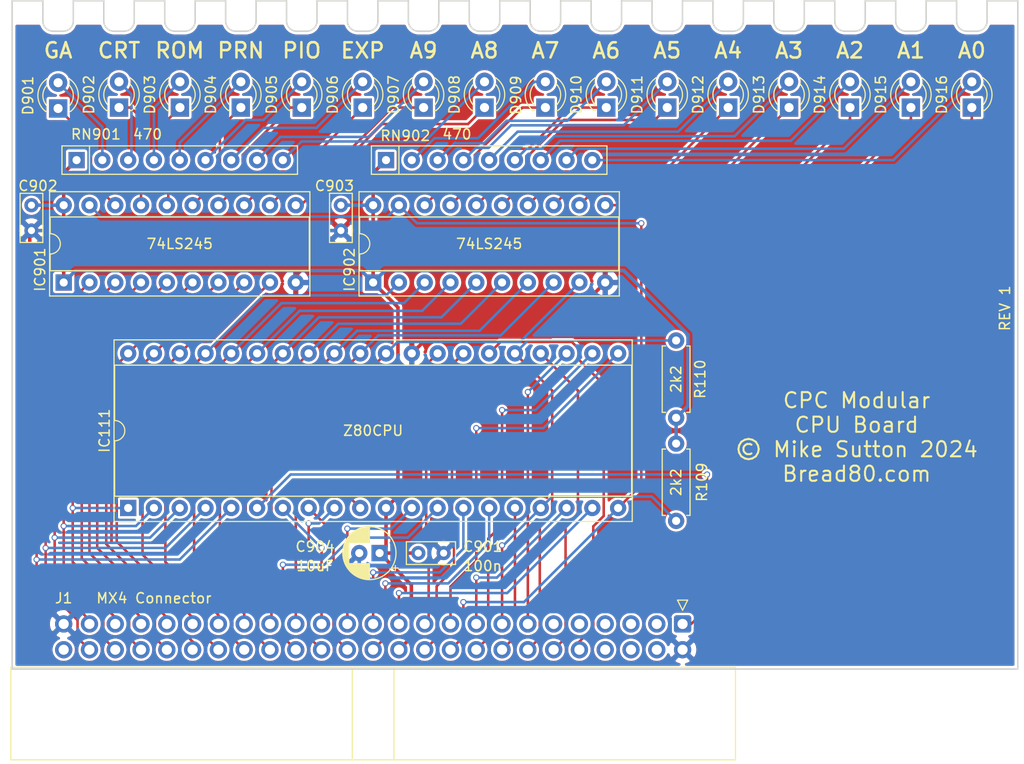
<source format=kicad_pcb>
(kicad_pcb (version 20171130) (host pcbnew "(5.1.12)-1")
  (layers (0 F.Cu signal) (31 B.Cu signal) (34 B.Paste user) (35 F.Paste user) (36 B.SilkS user) (37 F.SilkS user) (38 B.Mask user) (39 F.Mask user) (44 Edge.Cuts user))
  (net 0 "")
  (net 1 GND)
  (net 2 +5V)
  (net 3 D2)
  (net 4 D1)
  (net 5 D0)
  (net 6 A13)
  (net 7 A0)
  (net 8 A8)
  (net 9 A1)
  (net 10 A9)
  (net 11 A2)
  (net 12 A11)
  (net 13 A3)
  (net 14 A4)
  (net 15 A10)
  (net 16 A5)
  (net 17 A6)
  (net 18 D6)
  (net 19 A7)
  (net 20 A12)
  (net 21 D5)
  (net 22 D4)
  (net 23 D3)
  (net 24 D7)
  (net 25 A15)
  (net 26 /~IORQ)
  (net 27 /~WR)
  (net 28 /~MREQ)
  (net 29 /~RD)
  (net 30 /~RESET)
  (net 31 "Net-(D901-Pad1)")
  (net 32 "Net-(D902-Pad1)")
  (net 33 "Net-(D903-Pad1)")
  (net 34 "Net-(D904-Pad1)")
  (net 35 "Net-(D905-Pad1)")
  (net 36 "Net-(D906-Pad1)")
  (net 37 "Net-(D907-Pad1)")
  (net 38 "Net-(D908-Pad1)")
  (net 39 "Net-(D909-Pad1)")
  (net 40 "Net-(D910-Pad1)")
  (net 41 "Net-(D911-Pad1)")
  (net 42 "Net-(D912-Pad1)")
  (net 43 "Net-(D913-Pad1)")
  (net 44 "Net-(D914-Pad1)")
  (net 45 "Net-(D915-Pad1)")
  (net 46 "Net-(D916-Pad1)")
  (net 47 /~HALT)
  (net 48 /~NMI)
  (net 49 /~INT)
  (net 50 /~RFSH)
  (net 51 /~M1)
  (net 52 /CLK4)
  (net 53 /~BUSRQ)
  (net 54 /READY)
  (net 55 A14)
  (net 56 /~BUSAK)
  (net 57 "Net-(J1-Pad50)")
  (net 58 "Net-(J1-Pad8)")
  (net 59 "Net-(J1-Pad6)")
  (net 60 "Net-(J1-Pad4)")
  (net 61 "Net-(J1-Pad11)")
  (net 62 "Net-(J1-Pad9)")
  (net 63 "Net-(J1-Pad7)")
  (net 64 "Net-(J1-Pad5)")
  (net 65 "Net-(J1-Pad3)")
  (net 66 "Net-(D901-Pad2)")
  (net 67 "Net-(D902-Pad2)")
  (net 68 "Net-(D903-Pad2)")
  (net 69 "Net-(D904-Pad2)")
  (net 70 "Net-(D905-Pad2)")
  (net 71 "Net-(D906-Pad2)")
  (net 72 "Net-(D907-Pad2)")
  (net 73 "Net-(D908-Pad2)")
  (net 74 "Net-(D909-Pad2)")
  (net 75 "Net-(D910-Pad2)")
  (net 76 "Net-(D911-Pad2)")
  (net 77 "Net-(D912-Pad2)")
  (net 78 "Net-(D913-Pad2)")
  (net 79 "Net-(D914-Pad2)")
  (net 80 "Net-(D915-Pad2)")
  (net 81 "Net-(D916-Pad2)")
  (module Resistor_THT:R_Array_SIP9 (layer F.Cu) (at 160.02 116.205)
    (fp_text reference RN901 (at 1.905 -2.54) (layer F.SilkS))
    (fp_text value 470 (at 6.985 -2.54) (layer F.SilkS))
    (pad 9 thru_hole oval (at 20.32 0) (size 1.6 1.6) (drill 0.8) (layers *.Cu *.Mask) (net 73 "Net-(D908-Pad2)"))
    (pad 8 thru_hole oval (at 17.78 0) (size 1.6 1.6) (drill 0.8) (layers *.Cu *.Mask) (net 72 "Net-(D907-Pad2)"))
    (pad 7 thru_hole oval (at 15.24 0) (size 1.6 1.6) (drill 0.8) (layers *.Cu *.Mask) (net 71 "Net-(D906-Pad2)"))
    (pad 6 thru_hole oval (at 12.7 0) (size 1.6 1.6) (drill 0.8) (layers *.Cu *.Mask) (net 70 "Net-(D905-Pad2)"))
    (pad 5 thru_hole oval (at 10.16 0) (size 1.6 1.6) (drill 0.8) (layers *.Cu *.Mask) (net 69 "Net-(D904-Pad2)"))
    (pad 4 thru_hole oval (at 7.62 0) (size 1.6 1.6) (drill 0.8) (layers *.Cu *.Mask) (net 68 "Net-(D903-Pad2)"))
    (pad 3 thru_hole oval (at 5.08 0) (size 1.6 1.6) (drill 0.8) (layers *.Cu *.Mask) (net 67 "Net-(D902-Pad2)"))
    (pad 2 thru_hole oval (at 2.54 0) (size 1.6 1.6) (drill 0.8) (layers *.Cu *.Mask) (net 66 "Net-(D901-Pad2)"))
    (pad 1 thru_hole rect (at 0 0) (size 1.6 1.6) (drill 0.8) (layers *.Cu *.Mask) (net 2 +5V))
  )
  (module Resistor_THT:R_Array_SIP9 (layer F.Cu) (at 190.5 116.205)
    (fp_text reference RN902 (at 1.905 -2.4) (layer F.SilkS))
    (fp_text value 470 (at 6.985 -2.54) (layer F.SilkS))
    (pad 9 thru_hole oval (at 20.32 0) (size 1.6 1.6) (drill 0.8) (layers *.Cu *.Mask) (net 81 "Net-(D916-Pad2)"))
    (pad 8 thru_hole oval (at 17.78 0) (size 1.6 1.6) (drill 0.8) (layers *.Cu *.Mask) (net 80 "Net-(D915-Pad2)"))
    (pad 7 thru_hole oval (at 15.24 0) (size 1.6 1.6) (drill 0.8) (layers *.Cu *.Mask) (net 79 "Net-(D914-Pad2)"))
    (pad 6 thru_hole oval (at 12.7 0) (size 1.6 1.6) (drill 0.8) (layers *.Cu *.Mask) (net 78 "Net-(D913-Pad2)"))
    (pad 5 thru_hole oval (at 10.16 0) (size 1.6 1.6) (drill 0.8) (layers *.Cu *.Mask) (net 77 "Net-(D912-Pad2)"))
    (pad 4 thru_hole oval (at 7.62 0) (size 1.6 1.6) (drill 0.8) (layers *.Cu *.Mask) (net 76 "Net-(D911-Pad2)"))
    (pad 3 thru_hole oval (at 5.08 0) (size 1.6 1.6) (drill 0.8) (layers *.Cu *.Mask) (net 75 "Net-(D910-Pad2)"))
    (pad 2 thru_hole oval (at 2.54 0) (size 1.6 1.6) (drill 0.8) (layers *.Cu *.Mask) (net 74 "Net-(D909-Pad2)"))
    (pad 1 thru_hole rect (at 0 0) (size 1.6 1.6) (drill 0.8) (layers *.Cu *.Mask) (net 2 +5V))
  )
  (module Package_DIP:DIP-40_W15.24mm_Socket (layer F.Cu) (at 165.1 150.495 90)
    (fp_text reference IC111 (at 7.62 -2.33 90) (layer F.SilkS))
    (fp_text value Z80CPU (at 7.62 24.13 180) (layer F.SilkS))
    (pad 40 thru_hole oval (at 15.24 0 90) (size 1.6 1.6) (drill 0.8) (layers *.Cu *.Mask) (net 15 A10))
    (pad 20 thru_hole oval (at 0 48.26 90) (size 1.6 1.6) (drill 0.8) (layers *.Cu *.Mask) (net 26 /~IORQ))
    (pad 39 thru_hole oval (at 15.24 2.54 90) (size 1.6 1.6) (drill 0.8) (layers *.Cu *.Mask) (net 10 A9))
    (pad 19 thru_hole oval (at 0 45.72 90) (size 1.6 1.6) (drill 0.8) (layers *.Cu *.Mask) (net 28 /~MREQ))
    (pad 38 thru_hole oval (at 15.24 5.08 90) (size 1.6 1.6) (drill 0.8) (layers *.Cu *.Mask) (net 8 A8))
    (pad 18 thru_hole oval (at 0 43.18 90) (size 1.6 1.6) (drill 0.8) (layers *.Cu *.Mask) (net 47 /~HALT))
    (pad 37 thru_hole oval (at 15.24 7.62 90) (size 1.6 1.6) (drill 0.8) (layers *.Cu *.Mask) (net 19 A7))
    (pad 17 thru_hole oval (at 0 40.64 90) (size 1.6 1.6) (drill 0.8) (layers *.Cu *.Mask) (net 48 /~NMI))
    (pad 36 thru_hole oval (at 15.24 10.16 90) (size 1.6 1.6) (drill 0.8) (layers *.Cu *.Mask) (net 17 A6))
    (pad 16 thru_hole oval (at 0 38.1 90) (size 1.6 1.6) (drill 0.8) (layers *.Cu *.Mask) (net 49 /~INT))
    (pad 35 thru_hole oval (at 15.24 12.7 90) (size 1.6 1.6) (drill 0.8) (layers *.Cu *.Mask) (net 16 A5))
    (pad 15 thru_hole oval (at 0 35.56 90) (size 1.6 1.6) (drill 0.8) (layers *.Cu *.Mask) (net 4 D1))
    (pad 34 thru_hole oval (at 15.24 15.24 90) (size 1.6 1.6) (drill 0.8) (layers *.Cu *.Mask) (net 14 A4))
    (pad 14 thru_hole oval (at 0 33.02 90) (size 1.6 1.6) (drill 0.8) (layers *.Cu *.Mask) (net 5 D0))
    (pad 33 thru_hole oval (at 15.24 17.78 90) (size 1.6 1.6) (drill 0.8) (layers *.Cu *.Mask) (net 13 A3))
    (pad 13 thru_hole oval (at 0 30.48 90) (size 1.6 1.6) (drill 0.8) (layers *.Cu *.Mask) (net 24 D7))
    (pad 32 thru_hole oval (at 15.24 20.32 90) (size 1.6 1.6) (drill 0.8) (layers *.Cu *.Mask) (net 11 A2))
    (pad 12 thru_hole oval (at 0 27.94 90) (size 1.6 1.6) (drill 0.8) (layers *.Cu *.Mask) (net 3 D2))
    (pad 31 thru_hole oval (at 15.24 22.86 90) (size 1.6 1.6) (drill 0.8) (layers *.Cu *.Mask) (net 9 A1))
    (pad 11 thru_hole oval (at 0 25.4 90) (size 1.6 1.6) (drill 0.8) (layers *.Cu *.Mask) (net 2 +5V))
    (pad 30 thru_hole oval (at 15.24 25.4 90) (size 1.6 1.6) (drill 0.8) (layers *.Cu *.Mask) (net 7 A0))
    (pad 10 thru_hole oval (at 0 22.86 90) (size 1.6 1.6) (drill 0.8) (layers *.Cu *.Mask) (net 18 D6))
    (pad 29 thru_hole oval (at 15.24 27.94 90) (size 1.6 1.6) (drill 0.8) (layers *.Cu *.Mask) (net 1 GND))
    (pad 9 thru_hole oval (at 0 20.32 90) (size 1.6 1.6) (drill 0.8) (layers *.Cu *.Mask) (net 21 D5))
    (pad 28 thru_hole oval (at 15.24 30.48 90) (size 1.6 1.6) (drill 0.8) (layers *.Cu *.Mask) (net 50 /~RFSH))
    (pad 8 thru_hole oval (at 0 17.78 90) (size 1.6 1.6) (drill 0.8) (layers *.Cu *.Mask) (net 23 D3))
    (pad 27 thru_hole oval (at 15.24 33.02 90) (size 1.6 1.6) (drill 0.8) (layers *.Cu *.Mask) (net 51 /~M1))
    (pad 7 thru_hole oval (at 0 15.24 90) (size 1.6 1.6) (drill 0.8) (layers *.Cu *.Mask) (net 22 D4))
    (pad 26 thru_hole oval (at 15.24 35.56 90) (size 1.6 1.6) (drill 0.8) (layers *.Cu *.Mask) (net 30 /~RESET))
    (pad 6 thru_hole oval (at 0 12.7 90) (size 1.6 1.6) (drill 0.8) (layers *.Cu *.Mask) (net 52 /CLK4))
    (pad 25 thru_hole oval (at 15.24 38.1 90) (size 1.6 1.6) (drill 0.8) (layers *.Cu *.Mask) (net 53 /~BUSRQ))
    (pad 5 thru_hole oval (at 0 10.16 90) (size 1.6 1.6) (drill 0.8) (layers *.Cu *.Mask) (net 25 A15))
    (pad 24 thru_hole oval (at 15.24 40.64 90) (size 1.6 1.6) (drill 0.8) (layers *.Cu *.Mask) (net 54 /READY))
    (pad 4 thru_hole oval (at 0 7.62 90) (size 1.6 1.6) (drill 0.8) (layers *.Cu *.Mask) (net 55 A14))
    (pad 23 thru_hole oval (at 15.24 43.18 90) (size 1.6 1.6) (drill 0.8) (layers *.Cu *.Mask) (net 56 /~BUSAK))
    (pad 3 thru_hole oval (at 0 5.08 90) (size 1.6 1.6) (drill 0.8) (layers *.Cu *.Mask) (net 6 A13))
    (pad 22 thru_hole oval (at 15.24 45.72 90) (size 1.6 1.6) (drill 0.8) (layers *.Cu *.Mask) (net 27 /~WR))
    (pad 2 thru_hole oval (at 0 2.54 90) (size 1.6 1.6) (drill 0.8) (layers *.Cu *.Mask) (net 20 A12))
    (pad 21 thru_hole oval (at 15.24 48.26 90) (size 1.6 1.6) (drill 0.8) (layers *.Cu *.Mask) (net 29 /~RD))
    (pad 1 thru_hole rect (at 0 0 90) (size 1.6 1.6) (drill 0.8) (layers *.Cu *.Mask) (net 12 A11))
  )
  (module Resistor_THT:R_Axial_DIN0207_L6.3mm_D2.5mm_P7.62mm_Horizontal (layer F.Cu) (at 219.075 133.985 270)
    (fp_text reference R110 (at 3.81 -2.37 90) (layer F.SilkS))
    (fp_text value 2k2 (at 3.81 0 90) (layer F.SilkS))
    (pad 2 thru_hole oval (at 7.62 0 270) (size 1.6 1.6) (drill 0.8) (layers *.Cu *.Mask) (net 2 +5V))
    (pad 1 thru_hole circle (at 0 0 270) (size 1.6 1.6) (drill 0.8) (layers *.Cu *.Mask) (net 53 /~BUSRQ))
  )
  (module Resistor_THT:R_Axial_DIN0207_L6.3mm_D2.5mm_P7.62mm_Horizontal (layer F.Cu) (at 219.075 151.765 90)
    (fp_text reference R109 (at 3.81 2.54 90) (layer F.SilkS))
    (fp_text value 2k2 (at 3.81 0 90) (layer F.SilkS))
    (pad 2 thru_hole oval (at 7.62 0 90) (size 1.6 1.6) (drill 0.8) (layers *.Cu *.Mask) (net 2 +5V))
    (pad 1 thru_hole circle (at 0 0 90) (size 1.6 1.6) (drill 0.8) (layers *.Cu *.Mask) (net 48 /~NMI))
  )
  (module Connector_IDC:IDC-Header_2x25_P2.54mm_Horizontal (layer F.Cu) (at 219.71 161.925 270)
    (fp_text reference J1 (at -2.54 60.96 180) (layer F.SilkS))
    (fp_text value "MX4 Connector" (at -2.54 52.07 180) (layer F.SilkS))
    (pad 50 thru_hole circle (at 2.54 60.96 270) (size 1.7 1.7) (drill 1) (layers *.Cu *.Mask) (net 57 "Net-(J1-Pad50)"))
    (pad 48 thru_hole circle (at 2.54 58.42 270) (size 1.7 1.7) (drill 1) (layers *.Cu *.Mask) (net 25 A15))
    (pad 46 thru_hole circle (at 2.54 55.88 270) (size 1.7 1.7) (drill 1) (layers *.Cu *.Mask) (net 6 A13))
    (pad 44 thru_hole circle (at 2.54 53.34 270) (size 1.7 1.7) (drill 1) (layers *.Cu *.Mask) (net 12 A11))
    (pad 42 thru_hole circle (at 2.54 50.8 270) (size 1.7 1.7) (drill 1) (layers *.Cu *.Mask) (net 10 A9))
    (pad 40 thru_hole circle (at 2.54 48.26 270) (size 1.7 1.7) (drill 1) (layers *.Cu *.Mask) (net 19 A7))
    (pad 38 thru_hole circle (at 2.54 45.72 270) (size 1.7 1.7) (drill 1) (layers *.Cu *.Mask) (net 16 A5))
    (pad 36 thru_hole circle (at 2.54 43.18 270) (size 1.7 1.7) (drill 1) (layers *.Cu *.Mask) (net 13 A3))
    (pad 34 thru_hole circle (at 2.54 40.64 270) (size 1.7 1.7) (drill 1) (layers *.Cu *.Mask) (net 9 A1))
    (pad 32 thru_hole circle (at 2.54 38.1 270) (size 1.7 1.7) (drill 1) (layers *.Cu *.Mask) (net 24 D7))
    (pad 30 thru_hole circle (at 2.54 35.56 270) (size 1.7 1.7) (drill 1) (layers *.Cu *.Mask) (net 21 D5))
    (pad 28 thru_hole circle (at 2.54 33.02 270) (size 1.7 1.7) (drill 1) (layers *.Cu *.Mask) (net 23 D3))
    (pad 26 thru_hole circle (at 2.54 30.48 270) (size 1.7 1.7) (drill 1) (layers *.Cu *.Mask) (net 4 D1))
    (pad 24 thru_hole circle (at 2.54 27.94 270) (size 1.7 1.7) (drill 1) (layers *.Cu *.Mask) (net 2 +5V))
    (pad 22 thru_hole circle (at 2.54 25.4 270) (size 1.7 1.7) (drill 1) (layers *.Cu *.Mask) (net 51 /~M1))
    (pad 20 thru_hole circle (at 2.54 22.86 270) (size 1.7 1.7) (drill 1) (layers *.Cu *.Mask) (net 26 /~IORQ))
    (pad 18 thru_hole circle (at 2.54 20.32 270) (size 1.7 1.7) (drill 1) (layers *.Cu *.Mask) (net 27 /~WR))
    (pad 16 thru_hole circle (at 2.54 17.78 270) (size 1.7 1.7) (drill 1) (layers *.Cu *.Mask) (net 49 /~INT))
    (pad 14 thru_hole circle (at 2.54 15.24 270) (size 1.7 1.7) (drill 1) (layers *.Cu *.Mask) (net 53 /~BUSRQ))
    (pad 12 thru_hole circle (at 2.54 12.7 270) (size 1.7 1.7) (drill 1) (layers *.Cu *.Mask) (net 54 /READY))
    (pad 10 thru_hole circle (at 2.54 10.16 270) (size 1.7 1.7) (drill 1) (layers *.Cu *.Mask) (net 30 /~RESET))
    (pad 8 thru_hole circle (at 2.54 7.62 270) (size 1.7 1.7) (drill 1) (layers *.Cu *.Mask) (net 58 "Net-(J1-Pad8)"))
    (pad 6 thru_hole circle (at 2.54 5.08 270) (size 1.7 1.7) (drill 1) (layers *.Cu *.Mask) (net 59 "Net-(J1-Pad6)"))
    (pad 4 thru_hole circle (at 2.54 2.54 270) (size 1.7 1.7) (drill 1) (layers *.Cu *.Mask) (net 60 "Net-(J1-Pad4)"))
    (pad 2 thru_hole circle (at 2.54 0 270) (size 1.7 1.7) (drill 1) (layers *.Cu *.Mask) (net 1 GND))
    (pad 49 thru_hole circle (at 0 60.96 270) (size 1.7 1.7) (drill 1) (layers *.Cu *.Mask) (net 1 GND))
    (pad 47 thru_hole circle (at 0 58.42 270) (size 1.7 1.7) (drill 1) (layers *.Cu *.Mask) (net 55 A14))
    (pad 45 thru_hole circle (at 0 55.88 270) (size 1.7 1.7) (drill 1) (layers *.Cu *.Mask) (net 20 A12))
    (pad 43 thru_hole circle (at 0 53.34 270) (size 1.7 1.7) (drill 1) (layers *.Cu *.Mask) (net 15 A10))
    (pad 41 thru_hole circle (at 0 50.8 270) (size 1.7 1.7) (drill 1) (layers *.Cu *.Mask) (net 8 A8))
    (pad 39 thru_hole circle (at 0 48.26 270) (size 1.7 1.7) (drill 1) (layers *.Cu *.Mask) (net 17 A6))
    (pad 37 thru_hole circle (at 0 45.72 270) (size 1.7 1.7) (drill 1) (layers *.Cu *.Mask) (net 14 A4))
    (pad 35 thru_hole circle (at 0 43.18 270) (size 1.7 1.7) (drill 1) (layers *.Cu *.Mask) (net 11 A2))
    (pad 33 thru_hole circle (at 0 40.64 270) (size 1.7 1.7) (drill 1) (layers *.Cu *.Mask) (net 7 A0))
    (pad 31 thru_hole circle (at 0 38.1 270) (size 1.7 1.7) (drill 1) (layers *.Cu *.Mask) (net 18 D6))
    (pad 29 thru_hole circle (at 0 35.56 270) (size 1.7 1.7) (drill 1) (layers *.Cu *.Mask) (net 22 D4))
    (pad 27 thru_hole circle (at 0 33.02 270) (size 1.7 1.7) (drill 1) (layers *.Cu *.Mask) (net 3 D2))
    (pad 25 thru_hole circle (at 0 30.48 270) (size 1.7 1.7) (drill 1) (layers *.Cu *.Mask) (net 5 D0))
    (pad 23 thru_hole circle (at 0 27.94 270) (size 1.7 1.7) (drill 1) (layers *.Cu *.Mask) (net 28 /~MREQ))
    (pad 21 thru_hole circle (at 0 25.4 270) (size 1.7 1.7) (drill 1) (layers *.Cu *.Mask) (net 50 /~RFSH))
    (pad 19 thru_hole circle (at 0 22.86 270) (size 1.7 1.7) (drill 1) (layers *.Cu *.Mask) (net 29 /~RD))
    (pad 17 thru_hole circle (at 0 20.32 270) (size 1.7 1.7) (drill 1) (layers *.Cu *.Mask) (net 47 /~HALT))
    (pad 15 thru_hole circle (at 0 17.78 270) (size 1.7 1.7) (drill 1) (layers *.Cu *.Mask) (net 48 /~NMI))
    (pad 13 thru_hole circle (at 0 15.24 270) (size 1.7 1.7) (drill 1) (layers *.Cu *.Mask) (net 56 /~BUSAK))
    (pad 11 thru_hole circle (at 0 12.7 270) (size 1.7 1.7) (drill 1) (layers *.Cu *.Mask) (net 61 "Net-(J1-Pad11)"))
    (pad 9 thru_hole circle (at 0 10.16 270) (size 1.7 1.7) (drill 1) (layers *.Cu *.Mask) (net 62 "Net-(J1-Pad9)"))
    (pad 7 thru_hole circle (at 0 7.62 270) (size 1.7 1.7) (drill 1) (layers *.Cu *.Mask) (net 63 "Net-(J1-Pad7)"))
    (pad 5 thru_hole circle (at 0 5.08 270) (size 1.7 1.7) (drill 1) (layers *.Cu *.Mask) (net 64 "Net-(J1-Pad5)"))
    (pad 3 thru_hole circle (at 0 2.54 270) (size 1.7 1.7) (drill 1) (layers *.Cu *.Mask) (net 65 "Net-(J1-Pad3)"))
    (pad 1 thru_hole roundrect (at 0 0 270) (size 1.7 1.7) (drill 1) (layers *.Cu *.Mask) (roundrect_rratio 0.1470588235294118) (net 52 /CLK4))
  )
  (module Package_DIP:DIP-20_W7.62mm_Socket (layer F.Cu) (at 189.23 128.27 90)
    (fp_text reference IC902 (at 1.27 -2.33 90) (layer F.SilkS))
    (fp_text value 74LS245 (at 3.81 11.43 180) (layer F.SilkS))
    (pad 20 thru_hole oval (at 7.62 0 90) (size 1.6 1.6) (drill 0.8) (layers *.Cu *.Mask) (net 2 +5V))
    (pad 10 thru_hole oval (at 0 22.86 90) (size 1.6 1.6) (drill 0.8) (layers *.Cu *.Mask) (net 1 GND))
    (pad 19 thru_hole oval (at 7.62 2.54 90) (size 1.6 1.6) (drill 0.8) (layers *.Cu *.Mask) (net 26 /~IORQ))
    (pad 9 thru_hole oval (at 0 20.32 90) (size 1.6 1.6) (drill 0.8) (layers *.Cu *.Mask) (net 7 A0))
    (pad 18 thru_hole oval (at 7.62 5.08 90) (size 1.6 1.6) (drill 0.8) (layers *.Cu *.Mask) (net 39 "Net-(D909-Pad1)"))
    (pad 8 thru_hole oval (at 0 17.78 90) (size 1.6 1.6) (drill 0.8) (layers *.Cu *.Mask) (net 9 A1))
    (pad 17 thru_hole oval (at 7.62 7.62 90) (size 1.6 1.6) (drill 0.8) (layers *.Cu *.Mask) (net 40 "Net-(D910-Pad1)"))
    (pad 7 thru_hole oval (at 0 15.24 90) (size 1.6 1.6) (drill 0.8) (layers *.Cu *.Mask) (net 11 A2))
    (pad 16 thru_hole oval (at 7.62 10.16 90) (size 1.6 1.6) (drill 0.8) (layers *.Cu *.Mask) (net 41 "Net-(D911-Pad1)"))
    (pad 6 thru_hole oval (at 0 12.7 90) (size 1.6 1.6) (drill 0.8) (layers *.Cu *.Mask) (net 13 A3))
    (pad 15 thru_hole oval (at 7.62 12.7 90) (size 1.6 1.6) (drill 0.8) (layers *.Cu *.Mask) (net 42 "Net-(D912-Pad1)"))
    (pad 5 thru_hole oval (at 0 10.16 90) (size 1.6 1.6) (drill 0.8) (layers *.Cu *.Mask) (net 14 A4))
    (pad 14 thru_hole oval (at 7.62 15.24 90) (size 1.6 1.6) (drill 0.8) (layers *.Cu *.Mask) (net 43 "Net-(D913-Pad1)"))
    (pad 4 thru_hole oval (at 0 7.62 90) (size 1.6 1.6) (drill 0.8) (layers *.Cu *.Mask) (net 16 A5))
    (pad 13 thru_hole oval (at 7.62 17.78 90) (size 1.6 1.6) (drill 0.8) (layers *.Cu *.Mask) (net 44 "Net-(D914-Pad1)"))
    (pad 3 thru_hole oval (at 0 5.08 90) (size 1.6 1.6) (drill 0.8) (layers *.Cu *.Mask) (net 17 A6))
    (pad 12 thru_hole oval (at 7.62 20.32 90) (size 1.6 1.6) (drill 0.8) (layers *.Cu *.Mask) (net 45 "Net-(D915-Pad1)"))
    (pad 2 thru_hole oval (at 0 2.54 90) (size 1.6 1.6) (drill 0.8) (layers *.Cu *.Mask) (net 19 A7))
    (pad 11 thru_hole oval (at 7.62 22.86 90) (size 1.6 1.6) (drill 0.8) (layers *.Cu *.Mask) (net 46 "Net-(D916-Pad1)"))
    (pad 1 thru_hole rect (at 0 0 90) (size 1.6 1.6) (drill 0.8) (layers *.Cu *.Mask) (net 2 +5V))
  )
  (module Package_DIP:DIP-20_W7.62mm_Socket (layer F.Cu) (at 158.75 128.27 90)
    (fp_text reference IC901 (at 1.27 -2.33 90) (layer F.SilkS))
    (fp_text value 74LS245 (at 3.81 11.43 180) (layer F.SilkS))
    (pad 20 thru_hole oval (at 7.62 0 90) (size 1.6 1.6) (drill 0.8) (layers *.Cu *.Mask) (net 2 +5V))
    (pad 10 thru_hole oval (at 0 22.86 90) (size 1.6 1.6) (drill 0.8) (layers *.Cu *.Mask) (net 1 GND))
    (pad 19 thru_hole oval (at 7.62 2.54 90) (size 1.6 1.6) (drill 0.8) (layers *.Cu *.Mask) (net 26 /~IORQ))
    (pad 9 thru_hole oval (at 0 20.32 90) (size 1.6 1.6) (drill 0.8) (layers *.Cu *.Mask) (net 8 A8))
    (pad 18 thru_hole oval (at 7.62 5.08 90) (size 1.6 1.6) (drill 0.8) (layers *.Cu *.Mask) (net 31 "Net-(D901-Pad1)"))
    (pad 8 thru_hole oval (at 0 17.78 90) (size 1.6 1.6) (drill 0.8) (layers *.Cu *.Mask) (net 10 A9))
    (pad 17 thru_hole oval (at 7.62 7.62 90) (size 1.6 1.6) (drill 0.8) (layers *.Cu *.Mask) (net 32 "Net-(D902-Pad1)"))
    (pad 7 thru_hole oval (at 0 15.24 90) (size 1.6 1.6) (drill 0.8) (layers *.Cu *.Mask) (net 15 A10))
    (pad 16 thru_hole oval (at 7.62 10.16 90) (size 1.6 1.6) (drill 0.8) (layers *.Cu *.Mask) (net 33 "Net-(D903-Pad1)"))
    (pad 6 thru_hole oval (at 0 12.7 90) (size 1.6 1.6) (drill 0.8) (layers *.Cu *.Mask) (net 12 A11))
    (pad 15 thru_hole oval (at 7.62 12.7 90) (size 1.6 1.6) (drill 0.8) (layers *.Cu *.Mask) (net 34 "Net-(D904-Pad1)"))
    (pad 5 thru_hole oval (at 0 10.16 90) (size 1.6 1.6) (drill 0.8) (layers *.Cu *.Mask) (net 20 A12))
    (pad 14 thru_hole oval (at 7.62 15.24 90) (size 1.6 1.6) (drill 0.8) (layers *.Cu *.Mask) (net 35 "Net-(D905-Pad1)"))
    (pad 4 thru_hole oval (at 0 7.62 90) (size 1.6 1.6) (drill 0.8) (layers *.Cu *.Mask) (net 6 A13))
    (pad 13 thru_hole oval (at 7.62 17.78 90) (size 1.6 1.6) (drill 0.8) (layers *.Cu *.Mask) (net 36 "Net-(D906-Pad1)"))
    (pad 3 thru_hole oval (at 0 5.08 90) (size 1.6 1.6) (drill 0.8) (layers *.Cu *.Mask) (net 55 A14))
    (pad 12 thru_hole oval (at 7.62 20.32 90) (size 1.6 1.6) (drill 0.8) (layers *.Cu *.Mask) (net 37 "Net-(D907-Pad1)"))
    (pad 2 thru_hole oval (at 0 2.54 90) (size 1.6 1.6) (drill 0.8) (layers *.Cu *.Mask) (net 25 A15))
    (pad 11 thru_hole oval (at 7.62 22.86 90) (size 1.6 1.6) (drill 0.8) (layers *.Cu *.Mask) (net 38 "Net-(D908-Pad1)"))
    (pad 1 thru_hole rect (at 0 0 90) (size 1.6 1.6) (drill 0.8) (layers *.Cu *.Mask) (net 2 +5V))
  )
  (module LED_THT:LED_D3.0mm (layer F.Cu) (at 248.2 111.025 90)
    (fp_text reference D916 (at 1.27 -2.96 90) (layer F.SilkS))
    (fp_text value LED)
    (pad 2 thru_hole circle (at 2.54 0 90) (size 1.8 1.8) (drill 0.9) (layers *.Cu *.Mask) (net 81 "Net-(D916-Pad2)"))
    (pad 1 thru_hole rect (at 0 0 90) (size 1.8 1.8) (drill 0.9) (layers *.Cu *.Mask) (net 46 "Net-(D916-Pad1)"))
  )
  (module LED_THT:LED_D3.0mm (layer F.Cu) (at 242.2 111.025 90)
    (fp_text reference D915 (at 1.27 -2.96 90) (layer F.SilkS))
    (fp_text value LED)
    (pad 2 thru_hole circle (at 2.54 0 90) (size 1.8 1.8) (drill 0.9) (layers *.Cu *.Mask) (net 80 "Net-(D915-Pad2)"))
    (pad 1 thru_hole rect (at 0 0 90) (size 1.8 1.8) (drill 0.9) (layers *.Cu *.Mask) (net 45 "Net-(D915-Pad1)"))
  )
  (module LED_THT:LED_D3.0mm (layer F.Cu) (at 236.2 111.025 90)
    (fp_text reference D914 (at 1.27 -2.96 90) (layer F.SilkS))
    (fp_text value LED)
    (pad 2 thru_hole circle (at 2.54 0 90) (size 1.8 1.8) (drill 0.9) (layers *.Cu *.Mask) (net 79 "Net-(D914-Pad2)"))
    (pad 1 thru_hole rect (at 0 0 90) (size 1.8 1.8) (drill 0.9) (layers *.Cu *.Mask) (net 44 "Net-(D914-Pad1)"))
  )
  (module LED_THT:LED_D3.0mm (layer F.Cu) (at 230.2 111.025 90)
    (fp_text reference D913 (at 1.27 -2.96 90) (layer F.SilkS))
    (fp_text value LED)
    (pad 2 thru_hole circle (at 2.54 0 90) (size 1.8 1.8) (drill 0.9) (layers *.Cu *.Mask) (net 78 "Net-(D913-Pad2)"))
    (pad 1 thru_hole rect (at 0 0 90) (size 1.8 1.8) (drill 0.9) (layers *.Cu *.Mask) (net 43 "Net-(D913-Pad1)"))
  )
  (module LED_THT:LED_D3.0mm (layer F.Cu) (at 224.2 111.025 90)
    (fp_text reference D912 (at 1.27 -2.96 90) (layer F.SilkS))
    (fp_text value LED)
    (pad 2 thru_hole circle (at 2.54 0 90) (size 1.8 1.8) (drill 0.9) (layers *.Cu *.Mask) (net 77 "Net-(D912-Pad2)"))
    (pad 1 thru_hole rect (at 0 0 90) (size 1.8 1.8) (drill 0.9) (layers *.Cu *.Mask) (net 42 "Net-(D912-Pad1)"))
  )
  (module LED_THT:LED_D3.0mm (layer F.Cu) (at 218.2 111.025 90)
    (fp_text reference D911 (at 1.27 -2.96 90) (layer F.SilkS))
    (fp_text value LED)
    (pad 2 thru_hole circle (at 2.54 0 90) (size 1.8 1.8) (drill 0.9) (layers *.Cu *.Mask) (net 76 "Net-(D911-Pad2)"))
    (pad 1 thru_hole rect (at 0 0 90) (size 1.8 1.8) (drill 0.9) (layers *.Cu *.Mask) (net 41 "Net-(D911-Pad1)"))
  )
  (module LED_THT:LED_D3.0mm (layer F.Cu) (at 212.2 111.025 90)
    (fp_text reference D910 (at 1.27 -2.96 90) (layer F.SilkS))
    (fp_text value LED)
    (pad 2 thru_hole circle (at 2.54 0 90) (size 1.8 1.8) (drill 0.9) (layers *.Cu *.Mask) (net 75 "Net-(D910-Pad2)"))
    (pad 1 thru_hole rect (at 0 0 90) (size 1.8 1.8) (drill 0.9) (layers *.Cu *.Mask) (net 40 "Net-(D910-Pad1)"))
  )
  (module LED_THT:LED_D3.0mm (layer F.Cu) (at 206.2 111.025 90)
    (fp_text reference D909 (at 1.225 -2.9 270) (layer F.SilkS))
    (fp_text value LED)
    (pad 2 thru_hole circle (at 2.54 0 90) (size 1.8 1.8) (drill 0.9) (layers *.Cu *.Mask) (net 74 "Net-(D909-Pad2)"))
    (pad 1 thru_hole rect (at 0 0 90) (size 1.8 1.8) (drill 0.9) (layers *.Cu *.Mask) (net 39 "Net-(D909-Pad1)"))
  )
  (module LED_THT:LED_D3.0mm (layer F.Cu) (at 200.2 111.025 90)
    (fp_text reference D908 (at 1.27 -2.96 90) (layer F.SilkS))
    (fp_text value LED)
    (pad 2 thru_hole circle (at 2.54 0 90) (size 1.8 1.8) (drill 0.9) (layers *.Cu *.Mask) (net 73 "Net-(D908-Pad2)"))
    (pad 1 thru_hole rect (at 0 0 90) (size 1.8 1.8) (drill 0.9) (layers *.Cu *.Mask) (net 38 "Net-(D908-Pad1)"))
  )
  (module LED_THT:LED_D3.0mm (layer F.Cu) (at 194.2 111.025 90)
    (fp_text reference D907 (at 1.27 -2.96 90) (layer F.SilkS))
    (fp_text value LED)
    (pad 2 thru_hole circle (at 2.54 0 90) (size 1.8 1.8) (drill 0.9) (layers *.Cu *.Mask) (net 72 "Net-(D907-Pad2)"))
    (pad 1 thru_hole rect (at 0 0 90) (size 1.8 1.8) (drill 0.9) (layers *.Cu *.Mask) (net 37 "Net-(D907-Pad1)"))
  )
  (module LED_THT:LED_D3.0mm (layer F.Cu) (at 188.2 111.025 90)
    (fp_text reference D906 (at 1.27 -2.96 90) (layer F.SilkS))
    (fp_text value LED)
    (pad 2 thru_hole circle (at 2.54 0 90) (size 1.8 1.8) (drill 0.9) (layers *.Cu *.Mask) (net 71 "Net-(D906-Pad2)"))
    (pad 1 thru_hole rect (at 0 0 90) (size 1.8 1.8) (drill 0.9) (layers *.Cu *.Mask) (net 36 "Net-(D906-Pad1)"))
  )
  (module LED_THT:LED_D3.0mm (layer F.Cu) (at 182.2 111.025 90)
    (fp_text reference D905 (at 1.27 -2.96 90) (layer F.SilkS))
    (fp_text value LED)
    (pad 2 thru_hole circle (at 2.54 0 90) (size 1.8 1.8) (drill 0.9) (layers *.Cu *.Mask) (net 70 "Net-(D905-Pad2)"))
    (pad 1 thru_hole rect (at 0 0 90) (size 1.8 1.8) (drill 0.9) (layers *.Cu *.Mask) (net 35 "Net-(D905-Pad1)"))
  )
  (module LED_THT:LED_D3.0mm (layer F.Cu) (at 176.2 111.025 90)
    (fp_text reference D904 (at 1.27 -2.96 90) (layer F.SilkS))
    (fp_text value LED)
    (pad 2 thru_hole circle (at 2.54 0 90) (size 1.8 1.8) (drill 0.9) (layers *.Cu *.Mask) (net 69 "Net-(D904-Pad2)"))
    (pad 1 thru_hole rect (at 0 0 90) (size 1.8 1.8) (drill 0.9) (layers *.Cu *.Mask) (net 34 "Net-(D904-Pad1)"))
  )
  (module LED_THT:LED_D3.0mm (layer F.Cu) (at 170.2 111.025 90)
    (fp_text reference D903 (at 1.27 -2.96 90) (layer F.SilkS))
    (fp_text value LED)
    (pad 2 thru_hole circle (at 2.54 0 90) (size 1.8 1.8) (drill 0.9) (layers *.Cu *.Mask) (net 68 "Net-(D903-Pad2)"))
    (pad 1 thru_hole rect (at 0 0 90) (size 1.8 1.8) (drill 0.9) (layers *.Cu *.Mask) (net 33 "Net-(D903-Pad1)"))
  )
  (module LED_THT:LED_D3.0mm (layer F.Cu) (at 164.2 111.025 90)
    (fp_text reference D902 (at 1.27 -2.96 90) (layer F.SilkS))
    (fp_text value LED)
    (pad 2 thru_hole circle (at 2.54 0 90) (size 1.8 1.8) (drill 0.9) (layers *.Cu *.Mask) (net 67 "Net-(D902-Pad2)"))
    (pad 1 thru_hole rect (at 0 0 90) (size 1.8 1.8) (drill 0.9) (layers *.Cu *.Mask) (net 32 "Net-(D902-Pad1)"))
  )
  (module LED_THT:LED_D3.0mm (layer F.Cu) (at 158.2 111.115 90)
    (fp_text reference D901 (at 1.27 -2.96 90) (layer F.SilkS))
    (fp_text value LED)
    (pad 2 thru_hole circle (at 2.54 0 90) (size 1.8 1.8) (drill 0.9) (layers *.Cu *.Mask) (net 66 "Net-(D901-Pad2)"))
    (pad 1 thru_hole rect (at 0 0 90) (size 1.8 1.8) (drill 0.9) (layers *.Cu *.Mask) (net 31 "Net-(D901-Pad1)"))
  )
  (module Capacitor_THT:CP_Radial_D5.0mm_P2.00mm (layer F.Cu) (at 189.865 154.94 180)
    (fp_text reference C904 (at 6.35 0.635) (layer F.SilkS))
    (fp_text value 10uF (at 6.35 -1.27) (layer F.SilkS))
    (pad 2 thru_hole circle (at 2 0 180) (size 1.6 1.6) (drill 0.8) (layers *.Cu *.Mask) (net 1 GND))
    (pad 1 thru_hole rect (at 0 0 180) (size 1.6 1.6) (drill 0.8) (layers *.Cu *.Mask) (net 2 +5V))
  )
  (module Capacitor_THT:C_Rect_L4.6mm_W2.0mm_P2.50mm_MKS02_FKP02 (layer F.Cu) (at 186.055 120.65 270)
    (fp_text reference C903 (at -1.905 0.635 180) (layer F.SilkS))
    (fp_text value 100n)
    (pad 2 thru_hole circle (at 2.5 0 270) (size 1.4 1.4) (drill 0.7) (layers *.Cu *.Mask) (net 1 GND))
    (pad 1 thru_hole circle (at 0 0 270) (size 1.4 1.4) (drill 0.7) (layers *.Cu *.Mask) (net 2 +5V))
  )
  (module Capacitor_THT:C_Rect_L4.6mm_W2.0mm_P2.50mm_MKS02_FKP02 (layer F.Cu) (at 155.575 120.65 270)
    (fp_text reference C902 (at -1.905 -0.635 180) (layer F.SilkS))
    (fp_text value 100n)
    (pad 2 thru_hole circle (at 2.5 0 270) (size 1.4 1.4) (drill 0.7) (layers *.Cu *.Mask) (net 1 GND))
    (pad 1 thru_hole circle (at 0 0 270) (size 1.4 1.4) (drill 0.7) (layers *.Cu *.Mask) (net 2 +5V))
  )
  (module Capacitor_THT:C_Rect_L4.6mm_W2.0mm_P2.50mm_MKS02_FKP02 (layer F.Cu) (at 193.675 154.94)
    (fp_text reference C901 (at 6.35 -0.635) (layer F.SilkS))
    (fp_text value 100n (at 6.35 1.27) (layer F.SilkS))
    (pad 2 thru_hole circle (at 2.5 0) (size 1.4 1.4) (drill 0.7) (layers *.Cu *.Mask) (net 1 GND))
    (pad 1 thru_hole circle (at 0 0) (size 1.4 1.4) (drill 0.7) (layers *.Cu *.Mask) (net 2 +5V))
  )
  (gr_text A0 (at 248.2 105.4) (layer F.SilkS) (effects (font (size 1.5 1.5) (thickness 0.25))))
  (gr_text A1 (at 242.2 105.4) (layer F.SilkS) (effects (font (size 1.5 1.5) (thickness 0.25))))
  (gr_text A2 (at 236.2 105.4) (layer F.SilkS) (effects (font (size 1.5 1.5) (thickness 0.25))))
  (gr_text A3 (at 230.2 105.41) (layer F.SilkS) (effects (font (size 1.5 1.5) (thickness 0.25))))
  (gr_text A4 (at 224.2 105.4) (layer F.SilkS) (effects (font (size 1.5 1.5) (thickness 0.25))))
  (gr_text A5 (at 218.2 105.4) (layer F.SilkS) (effects (font (size 1.5 1.5) (thickness 0.25))))
  (gr_text A6 (at 212.2 105.41) (layer F.SilkS) (effects (font (size 1.5 1.5) (thickness 0.25))))
  (gr_text A7 (at 206.2 105.41) (layer F.SilkS) (effects (font (size 1.5 1.5) (thickness 0.25))))
  (gr_text A8 (at 200.2 105.4) (layer F.SilkS) (effects (font (size 1.5 1.5) (thickness 0.25))))
  (gr_text A9 (at 194.2 105.4) (layer F.SilkS) (effects (font (size 1.5 1.5) (thickness 0.25))))
  (gr_text EXP (at 188.2 105.41) (layer F.SilkS) (effects (font (size 1.5 1.5) (thickness 0.25))))
  (gr_text ROM (at 170.18 105.4) (layer F.SilkS) (effects (font (size 1.5 1.5) (thickness 0.25))))
  (gr_text PIO (at 182.2 105.4) (layer F.SilkS) (effects (font (size 1.5 1.5) (thickness 0.25))))
  (gr_text PRN (at 176.2 105.4) (layer F.SilkS) (effects (font (size 1.5 1.5) (thickness 0.25))))
  (gr_text CRT (at 164.2 105.4) (layer F.SilkS) (effects (font (size 1.5 1.5) (thickness 0.25))))
  (gr_text GA (at 158.2 105.4) (layer F.SilkS) (effects (font (size 1.5 1.5) (thickness 0.25))))
  (gr_arc (start 157.7 102.5) (end 156.7 102.5) (angle -90) (layer Edge.Cuts) (width 0.15))
  (gr_line (start 248.7 103.5) (end 247.7 103.5) (layer Edge.Cuts) (width 0.15))
  (gr_line (start 243.7 100.5) (end 243.7 102.5) (layer Edge.Cuts) (width 0.15))
  (gr_line (start 153.67 100.5) (end 156.7 100.5) (layer Edge.Cuts) (width 0.15))
  (gr_line (start 236.7 103.5) (end 235.7 103.5) (layer Edge.Cuts) (width 0.15))
  (gr_arc (start 175.7 102.5) (end 174.7 102.5) (angle -90) (layer Edge.Cuts) (width 0.15))
  (gr_line (start 171.7 100.5) (end 171.7 102.5) (layer Edge.Cuts) (width 0.15))
  (gr_arc (start 164.7 102.5) (end 164.7 103.5) (angle -90) (layer Edge.Cuts) (width 0.15))
  (gr_line (start 168.7 100.5) (end 165.7 100.5) (layer Edge.Cuts) (width 0.15))
  (gr_arc (start 169.7 102.5) (end 168.7 102.5) (angle -90) (layer Edge.Cuts) (width 0.15))
  (gr_line (start 216.7 102.5) (end 216.7 100.5) (layer Edge.Cuts) (width 0.15))
  (gr_line (start 246.7 102.5) (end 246.7 100.5) (layer Edge.Cuts) (width 0.15))
  (gr_arc (start 163.7 102.5) (end 162.7 102.5) (angle -90) (layer Edge.Cuts) (width 0.15))
  (gr_line (start 240.7 100.5) (end 237.7 100.5) (layer Edge.Cuts) (width 0.15))
  (gr_line (start 246.7 100.5) (end 243.7 100.5) (layer Edge.Cuts) (width 0.15))
  (gr_line (start 174.7 102.5) (end 174.7 100.5) (layer Edge.Cuts) (width 0.15))
  (gr_line (start 170.7 103.5) (end 169.7 103.5) (layer Edge.Cuts) (width 0.15))
  (gr_line (start 158.7 103.5) (end 157.7 103.5) (layer Edge.Cuts) (width 0.15))
  (gr_line (start 240.7 102.5) (end 240.7 100.5) (layer Edge.Cuts) (width 0.15))
  (gr_arc (start 170.7 102.5) (end 170.7 103.5) (angle -90) (layer Edge.Cuts) (width 0.15))
  (gr_line (start 176.7 103.5) (end 175.7 103.5) (layer Edge.Cuts) (width 0.15))
  (gr_line (start 156.7 100.5) (end 156.7 102.5) (layer Edge.Cuts) (width 0.15))
  (gr_line (start 252.73 100.5) (end 249.7 100.5) (layer Edge.Cuts) (width 0.15))
  (gr_line (start 168.7 102.5) (end 168.7 100.5) (layer Edge.Cuts) (width 0.15))
  (gr_line (start 165.7 100.5) (end 165.7 102.5) (layer Edge.Cuts) (width 0.15))
  (gr_line (start 174.7 100.5) (end 171.7 100.5) (layer Edge.Cuts) (width 0.15))
  (gr_line (start 225.7 100.5) (end 225.7 102.5) (layer Edge.Cuts) (width 0.15))
  (gr_line (start 249.7 100.5) (end 249.7 102.5) (layer Edge.Cuts) (width 0.15))
  (gr_line (start 164.7 103.5) (end 163.7 103.5) (layer Edge.Cuts) (width 0.15))
  (gr_line (start 162.7 102.5) (end 162.7 100.5) (layer Edge.Cuts) (width 0.15))
  (gr_line (start 162.7 100.5) (end 159.7 100.5) (layer Edge.Cuts) (width 0.15))
  (gr_line (start 159.7 100.5) (end 159.7 102.5) (layer Edge.Cuts) (width 0.15))
  (gr_arc (start 158.7 102.5) (end 158.7 103.5) (angle -90) (layer Edge.Cuts) (width 0.15))
  (gr_line (start 194.7 103.5) (end 193.7 103.5) (layer Edge.Cuts) (width 0.15))
  (gr_arc (start 235.7 102.5) (end 234.7 102.5) (angle -90) (layer Edge.Cuts) (width 0.15))
  (gr_arc (start 182.7 102.5) (end 182.7 103.5) (angle -90) (layer Edge.Cuts) (width 0.15))
  (gr_arc (start 223.7 102.5) (end 222.7 102.5) (angle -90) (layer Edge.Cuts) (width 0.15))
  (gr_line (start 206.7 103.5) (end 205.7 103.5) (layer Edge.Cuts) (width 0.15))
  (gr_arc (start 248.7 102.5) (end 248.7 103.5) (angle -90) (layer Edge.Cuts) (width 0.15))
  (gr_line (start 228.7 100.5) (end 225.7 100.5) (layer Edge.Cuts) (width 0.15))
  (gr_line (start 242.7 103.5) (end 241.7 103.5) (layer Edge.Cuts) (width 0.15))
  (gr_line (start 192.7 102.5) (end 192.7 100.5) (layer Edge.Cuts) (width 0.15))
  (gr_line (start 188.7 103.5) (end 187.7 103.5) (layer Edge.Cuts) (width 0.15))
  (gr_line (start 195.7 100.5) (end 195.7 102.5) (layer Edge.Cuts) (width 0.15))
  (gr_line (start 234.7 100.5) (end 231.7 100.5) (layer Edge.Cuts) (width 0.15))
  (gr_line (start 201.7 100.5) (end 201.7 102.5) (layer Edge.Cuts) (width 0.15))
  (gr_line (start 182.7 103.5) (end 181.7 103.5) (layer Edge.Cuts) (width 0.15))
  (gr_line (start 230.7 103.5) (end 229.7 103.5) (layer Edge.Cuts) (width 0.15))
  (gr_line (start 204.7 102.5) (end 204.7 100.5) (layer Edge.Cuts) (width 0.15))
  (gr_arc (start 217.7 102.5) (end 216.7 102.5) (angle -90) (layer Edge.Cuts) (width 0.15))
  (gr_arc (start 241.7 102.5) (end 240.7 102.5) (angle -90) (layer Edge.Cuts) (width 0.15))
  (gr_arc (start 181.7 102.5) (end 180.7 102.5) (angle -90) (layer Edge.Cuts) (width 0.15))
  (gr_line (start 218.7 103.5) (end 217.7 103.5) (layer Edge.Cuts) (width 0.15))
  (gr_line (start 200.7 103.5) (end 199.7 103.5) (layer Edge.Cuts) (width 0.15))
  (gr_line (start 198.7 100.5) (end 195.7 100.5) (layer Edge.Cuts) (width 0.15))
  (gr_line (start 180.7 100.5) (end 177.7 100.5) (layer Edge.Cuts) (width 0.15))
  (gr_arc (start 187.7 102.5) (end 186.7 102.5) (angle -90) (layer Edge.Cuts) (width 0.15))
  (gr_arc (start 212.7 102.5) (end 212.7 103.5) (angle -90) (layer Edge.Cuts) (width 0.15))
  (gr_line (start 183.7 100.5) (end 183.7 102.5) (layer Edge.Cuts) (width 0.15))
  (gr_arc (start 247.7 102.5) (end 246.7 102.5) (angle -90) (layer Edge.Cuts) (width 0.15))
  (gr_line (start 207.7 100.5) (end 207.7 102.5) (layer Edge.Cuts) (width 0.15))
  (gr_line (start 228.7 102.5) (end 228.7 100.5) (layer Edge.Cuts) (width 0.15))
  (gr_arc (start 236.7 102.5) (end 236.7 103.5) (angle -90) (layer Edge.Cuts) (width 0.15))
  (gr_arc (start 242.7 102.5) (end 242.7 103.5) (angle -90) (layer Edge.Cuts) (width 0.15))
  (gr_arc (start 176.7 102.5) (end 176.7 103.5) (angle -90) (layer Edge.Cuts) (width 0.15))
  (gr_line (start 192.7 100.5) (end 189.7 100.5) (layer Edge.Cuts) (width 0.15))
  (gr_line (start 186.7 100.5) (end 183.7 100.5) (layer Edge.Cuts) (width 0.15))
  (gr_line (start 186.7 102.5) (end 186.7 100.5) (layer Edge.Cuts) (width 0.15))
  (gr_line (start 224.7 103.5) (end 223.7 103.5) (layer Edge.Cuts) (width 0.15))
  (gr_line (start 189.7 100.5) (end 189.7 102.5) (layer Edge.Cuts) (width 0.15))
  (gr_line (start 216.7 100.5) (end 213.7 100.5) (layer Edge.Cuts) (width 0.15))
  (gr_line (start 231.7 100.5) (end 231.7 102.5) (layer Edge.Cuts) (width 0.15))
  (gr_arc (start 200.7 102.5) (end 200.7 103.5) (angle -90) (layer Edge.Cuts) (width 0.15))
  (gr_arc (start 188.7 102.5) (end 188.7 103.5) (angle -90) (layer Edge.Cuts) (width 0.15))
  (gr_arc (start 224.7 102.5) (end 224.7 103.5) (angle -90) (layer Edge.Cuts) (width 0.15))
  (gr_arc (start 194.7 102.5) (end 194.7 103.5) (angle -90) (layer Edge.Cuts) (width 0.15))
  (gr_line (start 177.7 100.5) (end 177.7 102.5) (layer Edge.Cuts) (width 0.15))
  (gr_line (start 180.7 102.5) (end 180.7 100.5) (layer Edge.Cuts) (width 0.15))
  (gr_line (start 219.7 100.5) (end 219.7 102.5) (layer Edge.Cuts) (width 0.15))
  (gr_line (start 212.7 103.5) (end 211.7 103.5) (layer Edge.Cuts) (width 0.15))
  (gr_arc (start 230.7 102.5) (end 230.7 103.5) (angle -90) (layer Edge.Cuts) (width 0.15))
  (gr_arc (start 218.7 102.5) (end 218.7 103.5) (angle -90) (layer Edge.Cuts) (width 0.15))
  (gr_line (start 234.7 102.5) (end 234.7 100.5) (layer Edge.Cuts) (width 0.15))
  (gr_line (start 198.7 102.5) (end 198.7 100.5) (layer Edge.Cuts) (width 0.15))
  (gr_line (start 213.7 100.5) (end 213.7 102.5) (layer Edge.Cuts) (width 0.15))
  (gr_arc (start 199.7 102.5) (end 198.7 102.5) (angle -90) (layer Edge.Cuts) (width 0.15))
  (gr_arc (start 229.7 102.5) (end 228.7 102.5) (angle -90) (layer Edge.Cuts) (width 0.15))
  (gr_line (start 204.7 100.5) (end 201.7 100.5) (layer Edge.Cuts) (width 0.15))
  (gr_line (start 210.7 102.5) (end 210.7 100.5) (layer Edge.Cuts) (width 0.15))
  (gr_line (start 222.7 102.5) (end 222.7 100.5) (layer Edge.Cuts) (width 0.15))
  (gr_line (start 237.7 100.5) (end 237.7 102.5) (layer Edge.Cuts) (width 0.15))
  (gr_arc (start 211.7 102.5) (end 210.7 102.5) (angle -90) (layer Edge.Cuts) (width 0.15))
  (gr_arc (start 205.7 102.5) (end 204.7 102.5) (angle -90) (layer Edge.Cuts) (width 0.15))
  (gr_arc (start 206.7 102.5) (end 206.7 103.5) (angle -90) (layer Edge.Cuts) (width 0.15))
  (gr_line (start 210.7 100.5) (end 207.7 100.5) (layer Edge.Cuts) (width 0.15))
  (gr_arc (start 193.7 102.5) (end 192.7 102.5) (angle -90) (layer Edge.Cuts) (width 0.15))
  (gr_line (start 222.7 100.5) (end 219.7 100.5) (layer Edge.Cuts) (width 0.15))
  (gr_text "REV 1" (at 251.46 130.81 90) (layer F.SilkS) (effects (font (size 1 1))))
  (gr_text "CPC Modular\nCPU Board\n© Mike Sutton 2024\nBread80.com" (at 236.855 143.51) (layer F.SilkS) (effects (font (size 1.5 1.5) (thickness 0.2))))
  (gr_line (start 252.73 100.5) (end 252.73 166.37) (angle 90) (layer Edge.Cuts) (width 0.15))
  (gr_line (start 153.67 100.5) (end 153.67 166.37) (angle 90) (layer Edge.Cuts) (width 0.15))
  (gr_line (start 153.67 166.37) (end 252.73 166.37) (angle 90) (layer Edge.Cuts) (width 0.15))
  (segment (start 155.407999 123.317001) (end 155.575 123.15) (width 0.35) (layer F.Cu) (net 1))
  (segment (start 155.407999 158.582999) (end 155.407999 123.317001) (width 0.35) (layer F.Cu) (net 1))
  (segment (start 158.75 161.925) (end 155.407999 158.582999) (width 0.35) (layer F.Cu) (net 1))
  (segment (start 187.865 156.07137) (end 187.865 154.94) (width 0.35) (layer B.Cu) (net 1))
  (segment (start 187.963629 156.169999) (end 187.865 156.07137) (width 0.35) (layer B.Cu) (net 1))
  (segment (start 194.945001 156.169999) (end 187.963629 156.169999) (width 0.35) (layer B.Cu) (net 1))
  (segment (start 196.175 154.94) (end 194.945001 156.169999) (width 0.35) (layer B.Cu) (net 1))
  (segment (start 163.916999 156.758001) (end 158.75 161.925) (width 0.35) (layer B.Cu) (net 1))
  (segment (start 186.046999 156.758001) (end 163.916999 156.758001) (width 0.35) (layer B.Cu) (net 1))
  (segment (start 187.865 154.94) (end 186.046999 156.758001) (width 0.35) (layer B.Cu) (net 1))
  (segment (start 218.48499 163.23999) (end 219.71 164.465) (width 0.35) (layer B.Cu) (net 1))
  (segment (start 218.48499 161.426988) (end 218.48499 163.23999) (width 0.35) (layer B.Cu) (net 1))
  (segment (start 159.975001 160.699999) (end 217.758001 160.699999) (width 0.35) (layer B.Cu) (net 1))
  (segment (start 217.758001 160.699999) (end 218.48499 161.426988) (width 0.35) (layer B.Cu) (net 1))
  (segment (start 158.75 161.925) (end 159.975001 160.699999) (width 0.35) (layer B.Cu) (net 1))
  (segment (start 193.04 137.270002) (end 193.04 135.255) (width 0.35) (layer B.Cu) (net 1))
  (segment (start 201.089999 145.320001) (end 193.04 137.270002) (width 0.35) (layer B.Cu) (net 1))
  (segment (start 221.249003 145.320001) (end 201.089999 145.320001) (width 0.35) (layer B.Cu) (net 1))
  (segment (start 222.798001 146.868999) (end 221.249003 145.320001) (width 0.35) (layer B.Cu) (net 1))
  (segment (start 222.798001 161.376999) (end 222.798001 146.868999) (width 0.35) (layer B.Cu) (net 1))
  (segment (start 219.71 164.465) (end 222.798001 161.376999) (width 0.35) (layer B.Cu) (net 1))
  (segment (start 186.055 123.15) (end 155.575 123.15) (width 0.35) (layer B.Cu) (net 1))
  (segment (start 181.61 127.595) (end 181.61 128.27) (width 0.35) (layer F.Cu) (net 1))
  (segment (start 186.055 123.15) (end 181.61 127.595) (width 0.35) (layer F.Cu) (net 1))
  (segment (start 194.665011 133.629989) (end 193.04 135.255) (width 0.35) (layer F.Cu) (net 1))
  (segment (start 206.730011 133.629989) (end 194.665011 133.629989) (width 0.35) (layer F.Cu) (net 1))
  (segment (start 212.09 128.27) (end 206.730011 133.629989) (width 0.35) (layer F.Cu) (net 1))
  (segment (start 190.5 154.305) (end 189.865 154.94) (width 0.35) (layer F.Cu) (net 2))
  (segment (start 190.5 150.495) (end 190.5 154.305) (width 0.35) (layer F.Cu) (net 2))
  (segment (start 189.865 154.94) (end 193.675 154.94) (width 0.35) (layer F.Cu) (net 2))
  (segment (start 191.675001 130.715001) (end 189.23 128.27) (width 0.35) (layer F.Cu) (net 2))
  (segment (start 191.675001 149.319999) (end 191.675001 130.715001) (width 0.35) (layer F.Cu) (net 2))
  (segment (start 190.5 150.495) (end 191.675001 149.319999) (width 0.35) (layer F.Cu) (net 2))
  (segment (start 189.23 128.27) (end 189.23 120.65) (width 0.35) (layer F.Cu) (net 2))
  (segment (start 189.23 120.65) (end 186.055 120.65) (width 0.35) (layer B.Cu) (net 2))
  (segment (start 159.925001 127.094999) (end 158.75 128.27) (width 0.35) (layer B.Cu) (net 2))
  (segment (start 188.054999 127.094999) (end 159.925001 127.094999) (width 0.35) (layer B.Cu) (net 2))
  (segment (start 189.23 128.27) (end 188.054999 127.094999) (width 0.35) (layer B.Cu) (net 2))
  (segment (start 158.75 120.65) (end 155.575 120.65) (width 0.35) (layer B.Cu) (net 2))
  (segment (start 158.75 120.65) (end 158.75 128.27) (width 0.35) (layer F.Cu) (net 2))
  (segment (start 158.75 117.475) (end 160.02 116.205) (width 0.35) (layer F.Cu) (net 2))
  (segment (start 158.75 120.65) (end 158.75 117.475) (width 0.35) (layer F.Cu) (net 2))
  (segment (start 189.23 117.475) (end 190.5 116.205) (width 0.35) (layer F.Cu) (net 2))
  (segment (start 189.23 120.65) (end 189.23 117.475) (width 0.35) (layer F.Cu) (net 2))
  (segment (start 220.250001 140.429999) (end 219.075 141.605) (width 0.35) (layer B.Cu) (net 2))
  (segment (start 220.250001 133.420999) (end 220.250001 140.429999) (width 0.35) (layer B.Cu) (net 2))
  (segment (start 190.405001 127.094999) (end 213.924001 127.094999) (width 0.35) (layer B.Cu) (net 2))
  (segment (start 213.924001 127.094999) (end 220.250001 133.420999) (width 0.35) (layer B.Cu) (net 2))
  (segment (start 189.23 128.27) (end 190.405001 127.094999) (width 0.35) (layer B.Cu) (net 2))
  (segment (start 219.075 141.605) (end 219.075 144.145) (width 0.35) (layer B.Cu) (net 2))
  (segment (start 192.995001 158.070001) (end 189.865 154.94) (width 0.35) (layer F.Cu) (net 2))
  (segment (start 192.995001 163.239999) (end 192.995001 158.070001) (width 0.35) (layer F.Cu) (net 2))
  (segment (start 191.77 164.465) (end 192.995001 163.239999) (width 0.35) (layer F.Cu) (net 2))
  (via (at 186.69 152.527) (size 0.6) (drill 0.4) (layers F.Cu B.Cu) (net 3))
  (segment (start 186.69 161.925) (end 186.69 152.527) (width 0.25) (layer F.Cu) (net 3))
  (segment (start 193.04 150.495) (end 191.008 152.527) (width 0.25) (layer B.Cu) (net 3))
  (segment (start 191.008 152.527) (end 186.69 152.527) (width 0.25) (layer B.Cu) (net 3))
  (via (at 190.4365 157.9245) (size 0.6) (drill 0.4) (layers F.Cu B.Cu) (net 4))
  (segment (start 189.23 164.465) (end 190.4365 163.2585) (width 0.25) (layer F.Cu) (net 4))
  (segment (start 190.4365 163.2585) (end 190.4365 157.9245) (width 0.25) (layer F.Cu) (net 4))
  (segment (start 196.636706 157.9245) (end 190.4365 157.9245) (width 0.25) (layer B.Cu) (net 4))
  (segment (start 200.66 153.901206) (end 196.636706 157.9245) (width 0.25) (layer B.Cu) (net 4))
  (segment (start 200.66 150.495) (end 200.66 153.901206) (width 0.25) (layer B.Cu) (net 4))
  (via (at 189.23 156.845) (size 0.6) (drill 0.4) (layers F.Cu B.Cu) (net 5))
  (segment (start 189.23 161.925) (end 189.23 156.845) (width 0.25) (layer F.Cu) (net 5))
  (segment (start 198.12 154.512002) (end 198.12 150.495) (width 0.25) (layer B.Cu) (net 5))
  (segment (start 195.787002 156.845) (end 198.12 154.512002) (width 0.25) (layer B.Cu) (net 5))
  (segment (start 189.23 156.845) (end 195.787002 156.845) (width 0.25) (layer B.Cu) (net 5))
  (via (at 157.861 153.416) (size 0.6) (drill 0.4) (layers F.Cu B.Cu) (net 6))
  (segment (start 163.83 164.465) (end 162.654999 163.289999) (width 0.25) (layer F.Cu) (net 6))
  (segment (start 162.654999 163.289999) (end 162.654999 161.550997) (width 0.25) (layer F.Cu) (net 6))
  (segment (start 166.37 128.27) (end 157.861 136.779) (width 0.25) (layer F.Cu) (net 6))
  (segment (start 162.654999 161.550997) (end 157.861 156.756998) (width 0.25) (layer F.Cu) (net 6))
  (segment (start 157.861 156.756998) (end 157.861 153.416) (width 0.25) (layer F.Cu) (net 6))
  (segment (start 157.861 136.779) (end 157.861 153.416) (width 0.25) (layer F.Cu) (net 6))
  (segment (start 170.18 150.495) (end 167.259 153.416) (width 0.25) (layer B.Cu) (net 6))
  (segment (start 167.259 153.416) (end 157.861 153.416) (width 0.25) (layer B.Cu) (net 6))
  (segment (start 179.214999 161.780001) (end 179.07 161.925) (width 0.25) (layer F.Cu) (net 7))
  (segment (start 179.214999 146.540001) (end 179.214999 161.780001) (width 0.25) (layer F.Cu) (net 7))
  (segment (start 190.5 135.255) (end 179.214999 146.540001) (width 0.25) (layer F.Cu) (net 7))
  (segment (start 209.54859 128.27) (end 209.55 128.27) (width 0.25) (layer B.Cu) (net 7))
  (segment (start 203.688591 134.129999) (end 209.54859 128.27) (width 0.25) (layer B.Cu) (net 7))
  (segment (start 191.625001 134.129999) (end 203.688591 134.129999) (width 0.25) (layer B.Cu) (net 7))
  (segment (start 190.5 135.255) (end 191.625001 134.129999) (width 0.25) (layer B.Cu) (net 7))
  (segment (start 171.305001 134.129999) (end 170.18 135.255) (width 0.25) (layer F.Cu) (net 8))
  (segment (start 173.210001 134.129999) (end 171.594999 134.129999) (width 0.25) (layer F.Cu) (net 8))
  (segment (start 171.594999 134.129999) (end 171.305001 134.129999) (width 0.25) (layer F.Cu) (net 8))
  (segment (start 179.07 128.27) (end 173.210001 134.129999) (width 0.25) (layer F.Cu) (net 8))
  (segment (start 169.380001 136.054999) (end 170.18 135.255) (width 0.25) (layer F.Cu) (net 8))
  (segment (start 162.052 143.383) (end 169.380001 136.054999) (width 0.25) (layer F.Cu) (net 8))
  (segment (start 162.052 154.432) (end 162.052 143.383) (width 0.25) (layer F.Cu) (net 8))
  (segment (start 168.91 161.29) (end 162.052 154.432) (width 0.25) (layer F.Cu) (net 8))
  (segment (start 168.91 161.925) (end 168.91 161.29) (width 0.25) (layer F.Cu) (net 8))
  (segment (start 177.894999 163.289999) (end 179.07 164.465) (width 0.25) (layer F.Cu) (net 9))
  (segment (start 176.674999 159.721001) (end 177.894999 160.941001) (width 0.25) (layer F.Cu) (net 9))
  (segment (start 176.674999 146.540001) (end 176.674999 159.721001) (width 0.25) (layer F.Cu) (net 9))
  (segment (start 177.894999 160.941001) (end 177.894999 163.289999) (width 0.25) (layer F.Cu) (net 9))
  (segment (start 187.96 135.255) (end 176.674999 146.540001) (width 0.25) (layer F.Cu) (net 9))
  (segment (start 201.803 133.477) (end 207.01 128.27) (width 0.25) (layer B.Cu) (net 9))
  (segment (start 189.738 133.477) (end 201.803 133.477) (width 0.25) (layer B.Cu) (net 9))
  (segment (start 187.96 135.255) (end 189.738 133.477) (width 0.25) (layer B.Cu) (net 9))
  (segment (start 170.815 132.08) (end 167.64 135.255) (width 0.25) (layer F.Cu) (net 10))
  (segment (start 172.72 132.08) (end 171.577 132.08) (width 0.25) (layer F.Cu) (net 10))
  (segment (start 176.53 128.27) (end 172.72 132.08) (width 0.25) (layer F.Cu) (net 10))
  (segment (start 171.577 132.08) (end 170.815 132.08) (width 0.25) (layer F.Cu) (net 10))
  (segment (start 166.840001 136.054999) (end 167.64 135.255) (width 0.25) (layer F.Cu) (net 10))
  (segment (start 161.29 154.94141) (end 161.29 141.605) (width 0.25) (layer F.Cu) (net 10))
  (segment (start 167.734999 161.386409) (end 161.29 154.94141) (width 0.25) (layer F.Cu) (net 10))
  (segment (start 161.29 141.605) (end 166.840001 136.054999) (width 0.25) (layer F.Cu) (net 10))
  (segment (start 167.734999 163.289999) (end 167.734999 161.386409) (width 0.25) (layer F.Cu) (net 10))
  (segment (start 168.91 164.465) (end 167.734999 163.289999) (width 0.25) (layer F.Cu) (net 10))
  (segment (start 199.713011 133.026989) (end 187.648011 133.026989) (width 0.25) (layer B.Cu) (net 11))
  (segment (start 204.47 128.27) (end 199.713011 133.026989) (width 0.25) (layer B.Cu) (net 11))
  (segment (start 187.648011 133.026989) (end 185.42 135.255) (width 0.25) (layer B.Cu) (net 11))
  (segment (start 176.53 160.909) (end 176.53 161.925) (width 0.25) (layer F.Cu) (net 11))
  (segment (start 174.134999 158.513999) (end 176.53 160.909) (width 0.25) (layer F.Cu) (net 11))
  (segment (start 174.134999 146.540001) (end 174.134999 158.513999) (width 0.25) (layer F.Cu) (net 11))
  (segment (start 185.42 135.255) (end 174.134999 146.540001) (width 0.25) (layer F.Cu) (net 11))
  (via (at 159.639 150.495) (size 0.6) (drill 0.4) (layers F.Cu B.Cu) (net 12))
  (segment (start 166.37 164.465) (end 165.194999 163.289999) (width 0.25) (layer F.Cu) (net 12))
  (segment (start 165.1 150.495) (end 159.639 150.495) (width 0.25) (layer B.Cu) (net 12))
  (segment (start 168.54002 131.17998) (end 167.510018 131.17998) (width 0.25) (layer F.Cu) (net 12))
  (segment (start 171.45 128.27) (end 168.54002 131.17998) (width 0.25) (layer F.Cu) (net 12))
  (segment (start 167.510018 131.17998) (end 159.639 139.050998) (width 0.25) (layer F.Cu) (net 12))
  (segment (start 159.639 155.83041) (end 159.639 150.495) (width 0.25) (layer F.Cu) (net 12))
  (segment (start 159.639 139.050998) (end 159.639 150.495) (width 0.25) (layer F.Cu) (net 12))
  (segment (start 165.194999 163.289999) (end 165.194999 161.386409) (width 0.25) (layer F.Cu) (net 12))
  (segment (start 165.194999 161.386409) (end 159.639 155.83041) (width 0.25) (layer F.Cu) (net 12))
  (segment (start 175.354999 161.003999) (end 175.354999 163.289999) (width 0.25) (layer F.Cu) (net 13))
  (segment (start 175.354999 163.289999) (end 176.53 164.465) (width 0.25) (layer F.Cu) (net 13))
  (segment (start 171.594999 157.243999) (end 175.354999 161.003999) (width 0.25) (layer F.Cu) (net 13))
  (segment (start 171.594999 146.540001) (end 171.594999 157.243999) (width 0.25) (layer F.Cu) (net 13))
  (segment (start 182.88 135.255) (end 171.594999 146.540001) (width 0.25) (layer F.Cu) (net 13))
  (segment (start 201.93 128.27) (end 197.866 132.334) (width 0.25) (layer B.Cu) (net 13))
  (segment (start 185.801 132.334) (end 182.88 135.255) (width 0.25) (layer B.Cu) (net 13))
  (segment (start 197.866 132.334) (end 185.801 132.334) (width 0.25) (layer B.Cu) (net 13))
  (segment (start 183.896 131.699) (end 180.34 135.255) (width 0.25) (layer B.Cu) (net 14))
  (segment (start 195.961 131.699) (end 183.896 131.699) (width 0.25) (layer B.Cu) (net 14))
  (segment (start 199.39 128.27) (end 195.961 131.699) (width 0.25) (layer B.Cu) (net 14))
  (segment (start 168.765001 155.811001) (end 173.99 161.036) (width 0.25) (layer F.Cu) (net 14))
  (segment (start 173.99 161.036) (end 173.99 161.925) (width 0.25) (layer F.Cu) (net 14))
  (segment (start 168.765001 146.829999) (end 168.765001 155.811001) (width 0.25) (layer F.Cu) (net 14))
  (segment (start 180.34 135.255) (end 168.765001 146.829999) (width 0.25) (layer F.Cu) (net 14))
  (segment (start 168.72501 131.62999) (end 165.1 135.255) (width 0.25) (layer F.Cu) (net 15))
  (segment (start 170.63001 131.62999) (end 169.34899 131.62999) (width 0.25) (layer F.Cu) (net 15))
  (segment (start 173.99 128.27) (end 170.63001 131.62999) (width 0.25) (layer F.Cu) (net 15))
  (segment (start 169.34899 131.62999) (end 168.72501 131.62999) (width 0.25) (layer F.Cu) (net 15))
  (segment (start 160.528 155.448) (end 160.528 139.827) (width 0.25) (layer F.Cu) (net 15))
  (segment (start 164.300001 136.054999) (end 165.1 135.255) (width 0.25) (layer F.Cu) (net 15))
  (segment (start 166.37 161.29) (end 160.528 155.448) (width 0.25) (layer F.Cu) (net 15))
  (segment (start 160.528 139.827) (end 164.300001 136.054999) (width 0.25) (layer F.Cu) (net 15))
  (segment (start 166.37 161.925) (end 166.37 161.29) (width 0.25) (layer F.Cu) (net 15))
  (segment (start 172.814999 163.289999) (end 173.99 164.465) (width 0.25) (layer F.Cu) (net 16))
  (segment (start 172.814999 161.386409) (end 172.814999 163.289999) (width 0.25) (layer F.Cu) (net 16))
  (segment (start 166.514999 155.086409) (end 172.814999 161.386409) (width 0.25) (layer F.Cu) (net 16))
  (segment (start 166.514999 146.540001) (end 166.514999 155.086409) (width 0.25) (layer F.Cu) (net 16))
  (segment (start 177.8 135.255) (end 166.514999 146.540001) (width 0.25) (layer F.Cu) (net 16))
  (segment (start 181.991 131.064) (end 177.8 135.255) (width 0.25) (layer B.Cu) (net 16))
  (segment (start 194.056 131.064) (end 181.991 131.064) (width 0.25) (layer B.Cu) (net 16))
  (segment (start 196.85 128.27) (end 194.056 131.064) (width 0.25) (layer B.Cu) (net 16))
  (segment (start 194.31 128.27) (end 192.278 130.302) (width 0.25) (layer B.Cu) (net 17))
  (segment (start 180.213 130.302) (end 175.26 135.255) (width 0.25) (layer B.Cu) (net 17))
  (segment (start 192.278 130.302) (end 180.213 130.302) (width 0.25) (layer B.Cu) (net 17))
  (segment (start 163.974999 146.540001) (end 175.26 135.255) (width 0.25) (layer F.Cu) (net 17))
  (segment (start 171.45 161.29) (end 163.974999 153.814999) (width 0.25) (layer F.Cu) (net 17))
  (segment (start 163.974999 153.814999) (end 163.974999 146.540001) (width 0.25) (layer F.Cu) (net 17))
  (segment (start 171.45 161.925) (end 171.45 161.29) (width 0.25) (layer F.Cu) (net 17))
  (segment (start 181.61 150.099998) (end 181.61 153.924) (width 0.25) (layer F.Cu) (net 18))
  (segment (start 182.339999 149.369999) (end 181.61 150.099998) (width 0.25) (layer F.Cu) (net 18))
  (segment (start 187.96 150.495) (end 186.834999 149.369999) (width 0.25) (layer F.Cu) (net 18))
  (segment (start 186.834999 149.369999) (end 182.339999 149.369999) (width 0.25) (layer F.Cu) (net 18))
  (segment (start 181.61 161.925) (end 181.61 153.924) (width 0.25) (layer F.Cu) (net 18))
  (segment (start 171.45 164.465) (end 171.45 163.664002) (width 0.25) (layer F.Cu) (net 19))
  (segment (start 162.941 145.034) (end 172.72 135.255) (width 0.25) (layer F.Cu) (net 19))
  (segment (start 170.274999 162.489001) (end 170.274999 161.386409) (width 0.25) (layer F.Cu) (net 19))
  (segment (start 162.941 154.05241) (end 162.941 145.034) (width 0.25) (layer F.Cu) (net 19))
  (segment (start 171.45 163.664002) (end 170.274999 162.489001) (width 0.25) (layer F.Cu) (net 19))
  (segment (start 170.274999 161.386409) (end 162.941 154.05241) (width 0.25) (layer F.Cu) (net 19))
  (segment (start 191.77 128.27) (end 190.5 129.54) (width 0.25) (layer B.Cu) (net 19))
  (segment (start 178.435 129.54) (end 172.72 135.255) (width 0.25) (layer B.Cu) (net 19))
  (segment (start 190.5 129.54) (end 178.435 129.54) (width 0.25) (layer B.Cu) (net 19))
  (via (at 158.75 152.273) (size 0.6) (drill 0.4) (layers F.Cu B.Cu) (net 20))
  (segment (start 158.75 138.43) (end 158.75 152.273) (width 0.25) (layer F.Cu) (net 20))
  (segment (start 168.91 128.27) (end 158.75 138.43) (width 0.25) (layer F.Cu) (net 20))
  (segment (start 165.862 152.273) (end 158.75 152.273) (width 0.25) (layer B.Cu) (net 20))
  (segment (start 167.64 150.495) (end 165.862 152.273) (width 0.25) (layer B.Cu) (net 20))
  (segment (start 158.75 156.21) (end 158.75 152.273) (width 0.25) (layer F.Cu) (net 20))
  (segment (start 163.83 161.29) (end 158.75 156.21) (width 0.25) (layer F.Cu) (net 20))
  (segment (start 163.83 161.925) (end 163.83 161.29) (width 0.25) (layer F.Cu) (net 20))
  (via (at 182.88 152.019) (size 0.6) (drill 0.4) (layers F.Cu B.Cu) (net 21))
  (segment (start 184.15 164.465) (end 182.88 163.195) (width 0.25) (layer F.Cu) (net 21))
  (segment (start 182.88 152.273) (end 182.88 152.019) (width 0.25) (layer F.Cu) (net 21))
  (segment (start 183.896 152.019) (end 182.88 152.019) (width 0.25) (layer B.Cu) (net 21))
  (segment (start 182.88 163.195) (end 182.88 152.273) (width 0.25) (layer F.Cu) (net 21))
  (segment (start 185.42 150.495) (end 183.896 152.019) (width 0.25) (layer B.Cu) (net 21))
  (via (at 184.15 154.432002) (size 0.6) (drill 0.4) (layers F.Cu B.Cu) (net 22))
  (segment (start 184.15 161.925) (end 184.15 154.432002) (width 0.25) (layer F.Cu) (net 22))
  (segment (start 180.34 150.622002) (end 180.34 150.495) (width 0.25) (layer B.Cu) (net 22))
  (segment (start 184.15 154.432002) (end 180.34 150.622002) (width 0.25) (layer B.Cu) (net 22))
  (segment (start 185.325001 163.100001) (end 186.69 164.465) (width 0.25) (layer F.Cu) (net 23))
  (segment (start 185.325001 152.940001) (end 185.325001 163.100001) (width 0.25) (layer F.Cu) (net 23))
  (segment (start 182.88 150.495) (end 185.325001 152.940001) (width 0.25) (layer F.Cu) (net 23))
  (via (at 180.34 156.083) (size 0.6) (drill 0.4) (layers F.Cu B.Cu) (net 24))
  (segment (start 181.61 164.465) (end 180.34 163.195) (width 0.25) (layer F.Cu) (net 24))
  (segment (start 180.34 163.195) (end 180.34 156.083) (width 0.25) (layer F.Cu) (net 24))
  (segment (start 181.61 156.083) (end 180.34 156.083) (width 0.25) (layer B.Cu) (net 24))
  (segment (start 184.422002 156.083) (end 181.61 156.083) (width 0.25) (layer B.Cu) (net 24))
  (segment (start 187.089002 153.416) (end 184.422002 156.083) (width 0.25) (layer B.Cu) (net 24))
  (segment (start 192.659 153.416) (end 187.089002 153.416) (width 0.25) (layer B.Cu) (net 24))
  (segment (start 195.58 150.495) (end 192.659 153.416) (width 0.25) (layer B.Cu) (net 24))
  (via (at 156.083 155.575) (size 0.6) (drill 0.4) (layers F.Cu B.Cu) (net 25))
  (segment (start 170.18 155.575) (end 156.083 155.575) (width 0.25) (layer B.Cu) (net 25))
  (segment (start 175.26 150.495) (end 170.18 155.575) (width 0.25) (layer B.Cu) (net 25))
  (segment (start 160.114999 163.289999) (end 161.29 164.465) (width 0.25) (layer F.Cu) (net 25))
  (segment (start 160.114999 161.550997) (end 160.114999 163.289999) (width 0.25) (layer F.Cu) (net 25))
  (segment (start 156.083 157.518998) (end 160.114999 161.550997) (width 0.25) (layer F.Cu) (net 25))
  (segment (start 156.083 155.575) (end 156.083 157.518998) (width 0.25) (layer F.Cu) (net 25))
  (segment (start 156.083 133.477) (end 156.083 137.16) (width 0.25) (layer F.Cu) (net 25))
  (segment (start 161.29 128.27) (end 156.083 133.477) (width 0.25) (layer F.Cu) (net 25))
  (segment (start 156.083 137.16) (end 156.083 155.575) (width 0.25) (layer F.Cu) (net 25))
  (via (at 215.646 122.428) (size 0.6) (drill 0.4) (layers F.Cu B.Cu) (net 26))
  (segment (start 215.646 148.209) (end 215.646 122.428) (width 0.25) (layer F.Cu) (net 26))
  (segment (start 213.36 150.495) (end 215.646 148.209) (width 0.25) (layer F.Cu) (net 26))
  (segment (start 193.548 122.428) (end 191.77 120.65) (width 0.25) (layer B.Cu) (net 26))
  (segment (start 215.646 122.428) (end 193.548 122.428) (width 0.25) (layer B.Cu) (net 26))
  (segment (start 162.415001 121.775001) (end 161.29 120.65) (width 0.25) (layer B.Cu) (net 26))
  (segment (start 190.644999 121.775001) (end 162.415001 121.775001) (width 0.25) (layer B.Cu) (net 26))
  (segment (start 191.77 120.65) (end 190.644999 121.775001) (width 0.25) (layer B.Cu) (net 26))
  (via (at 198.12 159.766) (size 0.6) (drill 0.4) (layers F.Cu B.Cu) (net 26))
  (segment (start 213.36 150.495) (end 204.089 159.766) (width 0.25) (layer B.Cu) (net 26))
  (segment (start 196.85 164.465) (end 198.12 163.195) (width 0.25) (layer F.Cu) (net 26))
  (segment (start 198.12 163.195) (end 198.12 159.766) (width 0.25) (layer F.Cu) (net 26))
  (segment (start 204.089 159.766) (end 198.12 159.766) (width 0.25) (layer B.Cu) (net 26))
  (via (at 201.93 140.843) (size 0.6) (drill 0.4) (layers F.Cu B.Cu) (net 27))
  (segment (start 210.82 135.255) (end 205.232 140.843) (width 0.25) (layer B.Cu) (net 27))
  (segment (start 205.232 140.843) (end 201.93 140.843) (width 0.25) (layer B.Cu) (net 27))
  (segment (start 199.39 164.465) (end 200.565001 163.289999) (width 0.25) (layer F.Cu) (net 27))
  (segment (start 200.565001 163.289999) (end 200.565001 153.518) (width 0.25) (layer F.Cu) (net 27))
  (segment (start 200.565001 153.518) (end 201.93 152.153001) (width 0.25) (layer F.Cu) (net 27))
  (segment (start 201.93 152.153001) (end 201.93 140.843) (width 0.25) (layer F.Cu) (net 27))
  (via (at 191.770001 158.877001) (size 0.6) (drill 0.4) (layers F.Cu B.Cu) (net 28))
  (segment (start 191.77 161.925) (end 191.770001 159.301265) (width 0.25) (layer F.Cu) (net 28))
  (segment (start 191.770001 159.301265) (end 191.770001 158.877001) (width 0.25) (layer F.Cu) (net 28))
  (segment (start 210.82 150.495) (end 202.437999 158.877001) (width 0.25) (layer B.Cu) (net 28))
  (segment (start 202.437999 158.877001) (end 191.770001 158.877001) (width 0.25) (layer B.Cu) (net 28))
  (via (at 199.39 142.621) (size 0.6) (drill 0.4) (layers F.Cu B.Cu) (net 29))
  (segment (start 205.994 142.621) (end 199.39 142.621) (width 0.25) (layer B.Cu) (net 29))
  (segment (start 213.36 135.255) (end 205.994 142.621) (width 0.25) (layer B.Cu) (net 29))
  (segment (start 196.85 161.925) (end 196.85 158.242) (width 0.25) (layer F.Cu) (net 29))
  (segment (start 196.85 158.242) (end 199.39 155.702) (width 0.25) (layer F.Cu) (net 29))
  (segment (start 199.39 155.702) (end 199.39 142.621) (width 0.25) (layer F.Cu) (net 29))
  (segment (start 210.914999 152.305001) (end 211.945001 151.274999) (width 0.25) (layer F.Cu) (net 30))
  (segment (start 211.945001 151.274999) (end 211.945001 138.335001) (width 0.25) (layer F.Cu) (net 30))
  (segment (start 210.914999 162.299003) (end 210.914999 152.305001) (width 0.25) (layer F.Cu) (net 30))
  (segment (start 209.55 163.664002) (end 210.914999 162.299003) (width 0.25) (layer F.Cu) (net 30))
  (segment (start 209.55 164.465) (end 209.55 163.664002) (width 0.25) (layer F.Cu) (net 30))
  (segment (start 209.468999 135.858999) (end 210.541 136.931) (width 0.25) (layer F.Cu) (net 30))
  (segment (start 211.945001 138.335001) (end 210.541 136.931) (width 0.25) (layer F.Cu) (net 30))
  (segment (start 208.805999 134.129999) (end 209.468999 134.792999) (width 0.25) (layer F.Cu) (net 30))
  (segment (start 201.785001 134.129999) (end 208.805999 134.129999) (width 0.25) (layer F.Cu) (net 30))
  (segment (start 200.66 135.255) (end 201.785001 134.129999) (width 0.25) (layer F.Cu) (net 30))
  (segment (start 209.468999 134.792999) (end 209.468999 135.858999) (width 0.25) (layer F.Cu) (net 30))
  (segment (start 161.434999 118.254999) (end 163.83 120.65) (width 0.25) (layer F.Cu) (net 31))
  (segment (start 161.434999 114.349999) (end 161.434999 118.254999) (width 0.25) (layer F.Cu) (net 31))
  (segment (start 158.2 111.115) (end 161.434999 114.349999) (width 0.25) (layer F.Cu) (net 31))
  (segment (start 166.37 112.045) (end 166.37 120.65) (width 0.25) (layer F.Cu) (net 32))
  (segment (start 165.35 111.025) (end 166.37 112.045) (width 0.25) (layer F.Cu) (net 32))
  (segment (start 164.2 111.025) (end 165.35 111.025) (width 0.25) (layer F.Cu) (net 32))
  (segment (start 169.054999 112.170001) (end 169.054999 120.505001) (width 0.25) (layer F.Cu) (net 33))
  (segment (start 169.054999 120.505001) (end 168.91 120.65) (width 0.25) (layer F.Cu) (net 33))
  (segment (start 170.2 111.025) (end 169.054999 112.170001) (width 0.25) (layer F.Cu) (net 33))
  (segment (start 174.134999 117.965001) (end 171.45 120.65) (width 0.25) (layer F.Cu) (net 34))
  (segment (start 174.134999 113.090001) (end 174.134999 117.965001) (width 0.25) (layer F.Cu) (net 34))
  (segment (start 176.2 111.025) (end 174.134999 113.090001) (width 0.25) (layer F.Cu) (net 34))
  (segment (start 176.385001 118.254999) (end 173.99 120.65) (width 0.25) (layer F.Cu) (net 35))
  (segment (start 176.385001 115.689999) (end 176.385001 118.254999) (width 0.25) (layer F.Cu) (net 35))
  (segment (start 181.05 111.025) (end 176.385001 115.689999) (width 0.25) (layer F.Cu) (net 35))
  (segment (start 182.2 111.025) (end 181.05 111.025) (width 0.25) (layer F.Cu) (net 35))
  (segment (start 179.849999 117.330001) (end 176.53 120.65) (width 0.25) (layer F.Cu) (net 36))
  (segment (start 181.894999 117.330001) (end 179.849999 117.330001) (width 0.25) (layer F.Cu) (net 36))
  (segment (start 188.2 111.025) (end 181.894999 117.330001) (width 0.25) (layer F.Cu) (net 36))
  (segment (start 191.108 111.025) (end 194.2 111.025) (width 0.25) (layer F.Cu) (net 37))
  (segment (start 184.023 118.11) (end 191.108 111.025) (width 0.25) (layer F.Cu) (net 37))
  (segment (start 181.61 118.11) (end 184.023 118.11) (width 0.25) (layer F.Cu) (net 37))
  (segment (start 179.07 120.65) (end 181.61 118.11) (width 0.25) (layer F.Cu) (net 37))
  (segment (start 200.2 111.025) (end 198.576 112.649) (width 0.25) (layer F.Cu) (net 38))
  (segment (start 182.11941 120.65) (end 181.61 120.65) (width 0.25) (layer F.Cu) (net 38))
  (segment (start 190.12041 112.649) (end 182.11941 120.65) (width 0.25) (layer F.Cu) (net 38))
  (segment (start 198.576 112.649) (end 190.12041 112.649) (width 0.25) (layer F.Cu) (net 38))
  (segment (start 195.435001 119.524999) (end 194.31 120.65) (width 0.25) (layer F.Cu) (net 39))
  (segment (start 199.245001 116.745001) (end 196.465003 119.524999) (width 0.25) (layer F.Cu) (net 39))
  (segment (start 199.245001 115.714999) (end 199.245001 116.745001) (width 0.25) (layer F.Cu) (net 39))
  (segment (start 196.465003 119.524999) (end 195.435001 119.524999) (width 0.25) (layer F.Cu) (net 39))
  (segment (start 203.935 111.025) (end 199.245001 115.714999) (width 0.25) (layer F.Cu) (net 39))
  (segment (start 206.2 111.025) (end 203.935 111.025) (width 0.25) (layer F.Cu) (net 39))
  (segment (start 197.975001 119.524999) (end 196.85 120.65) (width 0.25) (layer F.Cu) (net 40))
  (segment (start 201.785001 116.745001) (end 199.005003 119.524999) (width 0.25) (layer F.Cu) (net 40))
  (segment (start 201.785001 115.954997) (end 201.785001 116.745001) (width 0.25) (layer F.Cu) (net 40))
  (segment (start 202.659999 115.079999) (end 201.785001 115.954997) (width 0.25) (layer F.Cu) (net 40))
  (segment (start 199.005003 119.524999) (end 197.975001 119.524999) (width 0.25) (layer F.Cu) (net 40))
  (segment (start 204.530003 115.079999) (end 202.659999 115.079999) (width 0.25) (layer F.Cu) (net 40))
  (segment (start 208.585002 111.025) (end 204.530003 115.079999) (width 0.25) (layer F.Cu) (net 40))
  (segment (start 212.2 111.025) (end 208.585002 111.025) (width 0.25) (layer F.Cu) (net 40))
  (segment (start 200.515001 119.524999) (end 199.39 120.65) (width 0.25) (layer F.Cu) (net 41))
  (segment (start 201.545003 119.524999) (end 200.515001 119.524999) (width 0.25) (layer F.Cu) (net 41))
  (segment (start 204.325001 116.745001) (end 201.545003 119.524999) (width 0.25) (layer F.Cu) (net 41))
  (segment (start 204.325001 115.954997) (end 204.325001 116.745001) (width 0.25) (layer F.Cu) (net 41))
  (segment (start 208.029997 112.250001) (end 204.325001 115.954997) (width 0.25) (layer F.Cu) (net 41))
  (segment (start 216.974999 112.250001) (end 208.029997 112.250001) (width 0.25) (layer F.Cu) (net 41))
  (segment (start 218.2 111.025) (end 216.974999 112.250001) (width 0.25) (layer F.Cu) (net 41))
  (segment (start 205.249999 117.330001) (end 201.93 120.65) (width 0.25) (layer F.Cu) (net 42))
  (segment (start 217.894999 117.330001) (end 205.249999 117.330001) (width 0.25) (layer F.Cu) (net 42))
  (segment (start 224.2 111.025) (end 217.894999 117.330001) (width 0.25) (layer F.Cu) (net 42))
  (segment (start 206.495021 118.624979) (end 204.47 120.65) (width 0.25) (layer F.Cu) (net 43))
  (segment (start 222.600021 118.624979) (end 206.495021 118.624979) (width 0.25) (layer F.Cu) (net 43))
  (segment (start 230.2 111.025) (end 222.600021 118.624979) (width 0.25) (layer F.Cu) (net 43))
  (segment (start 208.585011 119.074989) (end 207.01 120.65) (width 0.25) (layer F.Cu) (net 44))
  (segment (start 229.300011 119.074989) (end 208.585011 119.074989) (width 0.25) (layer F.Cu) (net 44))
  (segment (start 236.2 112.175) (end 229.300011 119.074989) (width 0.25) (layer F.Cu) (net 44))
  (segment (start 236.2 111.025) (end 236.2 112.175) (width 0.25) (layer F.Cu) (net 44))
  (segment (start 210.675001 119.524999) (end 209.55 120.65) (width 0.25) (layer F.Cu) (net 45))
  (segment (start 234.850001 119.524999) (end 210.675001 119.524999) (width 0.25) (layer F.Cu) (net 45))
  (segment (start 242.2 112.175) (end 234.850001 119.524999) (width 0.25) (layer F.Cu) (net 45))
  (segment (start 242.2 111.025) (end 242.2 112.175) (width 0.25) (layer F.Cu) (net 45))
  (segment (start 239.725 120.65) (end 212.09 120.65) (width 0.25) (layer F.Cu) (net 46))
  (segment (start 248.2 112.175) (end 239.725 120.65) (width 0.25) (layer F.Cu) (net 46))
  (segment (start 248.2 111.025) (end 248.2 112.175) (width 0.25) (layer F.Cu) (net 46))
  (via (at 199.389998 157.353) (size 0.6) (drill 0.4) (layers F.Cu B.Cu) (net 47))
  (segment (start 208.28 150.495) (end 201.422 157.353) (width 0.25) (layer B.Cu) (net 47))
  (segment (start 201.422 157.353) (end 199.389998 157.353) (width 0.25) (layer B.Cu) (net 47))
  (segment (start 199.39 161.925) (end 199.39 157.353002) (width 0.25) (layer F.Cu) (net 47))
  (segment (start 199.39 157.353002) (end 199.389998 157.353) (width 0.25) (layer F.Cu) (net 47))
  (segment (start 216.679999 149.369999) (end 219.075 151.765) (width 0.25) (layer B.Cu) (net 48))
  (segment (start 206.865001 149.369999) (end 216.679999 149.369999) (width 0.25) (layer B.Cu) (net 48))
  (segment (start 205.74 150.495) (end 206.865001 149.369999) (width 0.25) (layer B.Cu) (net 48))
  (via (at 201.930001 154.178001) (size 0.6) (drill 0.4) (layers F.Cu B.Cu) (net 48))
  (segment (start 201.93 161.925) (end 201.930001 160.722918) (width 0.25) (layer F.Cu) (net 48))
  (segment (start 201.930001 160.722918) (end 201.930001 154.178001) (width 0.25) (layer F.Cu) (net 48))
  (segment (start 205.74 150.495) (end 202.056999 154.178001) (width 0.25) (layer B.Cu) (net 48))
  (segment (start 202.056999 154.178001) (end 201.930001 154.178001) (width 0.25) (layer B.Cu) (net 48))
  (segment (start 203.2 163.195) (end 201.93 164.465) (width 0.25) (layer F.Cu) (net 49))
  (segment (start 203.2 150.495) (end 203.2 163.195) (width 0.25) (layer F.Cu) (net 49))
  (segment (start 194.700001 161.534999) (end 194.31 161.925) (width 0.25) (layer F.Cu) (net 50))
  (segment (start 194.700001 154.187001) (end 194.700001 161.534999) (width 0.25) (layer F.Cu) (net 50))
  (segment (start 194.454999 153.941999) (end 194.700001 154.187001) (width 0.25) (layer F.Cu) (net 50))
  (segment (start 194.454999 136.380001) (end 194.454999 153.941999) (width 0.25) (layer F.Cu) (net 50))
  (segment (start 195.58 135.255) (end 194.454999 136.380001) (width 0.25) (layer F.Cu) (net 50))
  (segment (start 195.485001 158.209999) (end 195.485001 163.289999) (width 0.25) (layer F.Cu) (net 51))
  (segment (start 195.485001 163.289999) (end 194.31 164.465) (width 0.25) (layer F.Cu) (net 51))
  (segment (start 197.200001 156.494999) (end 195.485001 158.209999) (width 0.25) (layer F.Cu) (net 51))
  (segment (start 197.200001 154.447999) (end 197.200001 156.494999) (width 0.25) (layer F.Cu) (net 51))
  (segment (start 196.994999 154.242997) (end 197.200001 154.447999) (width 0.25) (layer F.Cu) (net 51))
  (segment (start 196.994999 136.380001) (end 196.994999 154.242997) (width 0.25) (layer F.Cu) (net 51))
  (segment (start 198.12 135.255) (end 196.994999 136.380001) (width 0.25) (layer F.Cu) (net 51))
  (via (at 222.123 147.193) (size 0.6) (drill 0.4) (layers F.Cu B.Cu) (net 52))
  (segment (start 177.8 150.495) (end 181.102 147.193) (width 0.25) (layer B.Cu) (net 52))
  (segment (start 222.123 160.362) (end 222.123 147.193) (width 0.25) (layer F.Cu) (net 52))
  (segment (start 181.102 147.193) (end 222.123 147.193) (width 0.25) (layer B.Cu) (net 52))
  (segment (start 219.71 161.925) (end 220.56 161.925) (width 0.25) (layer F.Cu) (net 52))
  (segment (start 220.56 161.925) (end 222.123 160.362) (width 0.25) (layer F.Cu) (net 52))
  (segment (start 206.865001 138.920001) (end 203.2 135.255) (width 0.25) (layer F.Cu) (net 53))
  (segment (start 206.865001 151.035001) (end 206.865001 138.920001) (width 0.25) (layer F.Cu) (net 53))
  (segment (start 205.645001 152.255001) (end 206.865001 151.035001) (width 0.25) (layer F.Cu) (net 53))
  (segment (start 205.645001 163.289999) (end 205.645001 152.255001) (width 0.25) (layer F.Cu) (net 53))
  (segment (start 204.47 164.465) (end 205.645001 163.289999) (width 0.25) (layer F.Cu) (net 53))
  (segment (start 204.47 133.985) (end 203.2 135.255) (width 0.25) (layer B.Cu) (net 53))
  (segment (start 219.075 133.985) (end 204.47 133.985) (width 0.25) (layer B.Cu) (net 53))
  (segment (start 209.405001 138.920001) (end 205.74 135.255) (width 0.25) (layer F.Cu) (net 54))
  (segment (start 209.405001 151.035001) (end 209.405001 138.920001) (width 0.25) (layer F.Cu) (net 54))
  (segment (start 208.185001 152.255001) (end 209.405001 151.035001) (width 0.25) (layer F.Cu) (net 54))
  (segment (start 208.185001 163.289999) (end 208.185001 152.255001) (width 0.25) (layer F.Cu) (net 54))
  (segment (start 207.01 164.465) (end 208.185001 163.289999) (width 0.25) (layer F.Cu) (net 54))
  (via (at 156.972 154.432) (size 0.6) (drill 0.4) (layers F.Cu B.Cu) (net 55))
  (segment (start 172.72 150.495) (end 168.783 154.432) (width 0.25) (layer B.Cu) (net 55))
  (segment (start 168.783 154.432) (end 156.972 154.432) (width 0.25) (layer B.Cu) (net 55))
  (segment (start 163.83 128.27) (end 156.972 135.128) (width 0.25) (layer F.Cu) (net 55))
  (segment (start 156.972 135.128) (end 156.972 154.432) (width 0.25) (layer F.Cu) (net 55))
  (segment (start 156.972 157.226) (end 156.972 154.432) (width 0.25) (layer F.Cu) (net 55))
  (segment (start 161.29 161.544) (end 156.972 157.226) (width 0.25) (layer F.Cu) (net 55))
  (segment (start 161.29 161.925) (end 161.29 161.544) (width 0.25) (layer F.Cu) (net 55))
  (via (at 204.47 139.064998) (size 0.6) (drill 0.4) (layers F.Cu B.Cu) (net 56))
  (segment (start 204.47 161.925) (end 204.47 139.064998) (width 0.25) (layer F.Cu) (net 56))
  (segment (start 207.479999 136.054999) (end 204.47 139.064998) (width 0.25) (layer B.Cu) (net 56))
  (segment (start 208.28 135.255) (end 207.479999 136.054999) (width 0.25) (layer B.Cu) (net 56))
  (segment (start 162.56 112.935) (end 162.56 116.205) (width 0.25) (layer B.Cu) (net 66))
  (segment (start 158.2 108.575) (end 162.56 112.935) (width 0.25) (layer B.Cu) (net 66))
  (segment (start 165.425001 115.879999) (end 165.1 116.205) (width 0.25) (layer B.Cu) (net 67))
  (segment (start 165.425001 109.710001) (end 165.425001 115.879999) (width 0.25) (layer B.Cu) (net 67))
  (segment (start 164.2 108.485) (end 165.425001 109.710001) (width 0.25) (layer B.Cu) (net 67))
  (segment (start 167.64 111.045) (end 167.64 116.205) (width 0.25) (layer B.Cu) (net 68))
  (segment (start 170.2 108.485) (end 167.64 111.045) (width 0.25) (layer B.Cu) (net 68))
  (segment (start 170.18 114.505) (end 170.18 116.205) (width 0.25) (layer B.Cu) (net 69))
  (segment (start 176.2 108.485) (end 170.18 114.505) (width 0.25) (layer B.Cu) (net 69))
  (segment (start 176.674999 112.250001) (end 172.72 116.205) (width 0.25) (layer B.Cu) (net 70))
  (segment (start 178.434999 112.250001) (end 176.674999 112.250001) (width 0.25) (layer B.Cu) (net 70))
  (segment (start 182.2 108.485) (end 178.434999 112.250001) (width 0.25) (layer B.Cu) (net 70))
  (segment (start 188.2 108.485) (end 183.655 113.03) (width 0.25) (layer B.Cu) (net 71))
  (segment (start 178.435 113.03) (end 175.26 116.205) (width 0.25) (layer B.Cu) (net 71))
  (segment (start 183.655 113.03) (end 178.435 113.03) (width 0.25) (layer B.Cu) (net 71))
  (segment (start 194.2 108.485) (end 188.766 113.919) (width 0.25) (layer B.Cu) (net 72))
  (segment (start 180.086 113.919) (end 177.8 116.205) (width 0.25) (layer B.Cu) (net 72))
  (segment (start 188.766 113.919) (end 180.086 113.919) (width 0.25) (layer B.Cu) (net 72))
  (segment (start 182.17599 114.36901) (end 180.34 116.205) (width 0.25) (layer B.Cu) (net 73))
  (segment (start 194.31599 114.36901) (end 182.17599 114.36901) (width 0.25) (layer B.Cu) (net 73))
  (segment (start 200.2 108.485) (end 194.31599 114.36901) (width 0.25) (layer B.Cu) (net 73))
  (segment (start 193.11641 116.205) (end 193.04 116.205) (width 0.25) (layer B.Cu) (net 74))
  (segment (start 199.569511 114.040491) (end 195.280919 114.040491) (width 0.25) (layer B.Cu) (net 74))
  (segment (start 195.280919 114.040491) (end 193.11641 116.205) (width 0.25) (layer B.Cu) (net 74))
  (segment (start 205.125002 108.485) (end 199.569511 114.040491) (width 0.25) (layer B.Cu) (net 74))
  (segment (start 206.2 108.485) (end 205.125002 108.485) (width 0.25) (layer B.Cu) (net 74))
  (segment (start 197.35249 114.54849) (end 197.2945 114.4905) (width 0.25) (layer B.Cu) (net 75))
  (segment (start 200.15751 114.54849) (end 197.35249 114.54849) (width 0.25) (layer B.Cu) (net 75))
  (segment (start 202.38001 112.32599) (end 200.15751 114.54849) (width 0.25) (layer B.Cu) (net 75))
  (segment (start 208.35901 112.32599) (end 202.38001 112.32599) (width 0.25) (layer B.Cu) (net 75))
  (segment (start 197.2945 114.4905) (end 195.58 116.205) (width 0.25) (layer B.Cu) (net 75))
  (segment (start 212.2 108.485) (end 208.35901 112.32599) (width 0.25) (layer B.Cu) (net 75))
  (segment (start 199.3265 114.9985) (end 198.12 116.205) (width 0.25) (layer B.Cu) (net 76))
  (segment (start 200.5965 114.9985) (end 199.3265 114.9985) (width 0.25) (layer B.Cu) (net 76))
  (segment (start 202.819 112.776) (end 200.5965 114.9985) (width 0.25) (layer B.Cu) (net 76))
  (segment (start 213.909 112.776) (end 202.819 112.776) (width 0.25) (layer B.Cu) (net 76))
  (segment (start 218.2 108.485) (end 213.909 112.776) (width 0.25) (layer B.Cu) (net 76))
  (segment (start 224.2 108.485) (end 219.28502 113.39998) (width 0.25) (layer B.Cu) (net 77))
  (segment (start 203.46502 113.39998) (end 200.66 116.205) (width 0.25) (layer B.Cu) (net 77))
  (segment (start 219.28502 113.39998) (end 203.46502 113.39998) (width 0.25) (layer B.Cu) (net 77))
  (segment (start 230.2 108.485) (end 224.83501 113.84999) (width 0.25) (layer B.Cu) (net 78))
  (segment (start 205.849001 115.079999) (end 204.325001 115.079999) (width 0.25) (layer B.Cu) (net 78))
  (segment (start 207.07901 113.84999) (end 205.849001 115.079999) (width 0.25) (layer B.Cu) (net 78))
  (segment (start 204.325001 115.079999) (end 203.2 116.205) (width 0.25) (layer B.Cu) (net 78))
  (segment (start 224.83501 113.84999) (end 207.07901 113.84999) (width 0.25) (layer B.Cu) (net 78))
  (segment (start 236.2 108.485) (end 230.385 114.3) (width 0.25) (layer B.Cu) (net 79))
  (segment (start 207.645 114.3) (end 205.74 116.205) (width 0.25) (layer B.Cu) (net 79))
  (segment (start 230.385 114.3) (end 207.645 114.3) (width 0.25) (layer B.Cu) (net 79))
  (segment (start 209.405001 115.079999) (end 208.28 116.205) (width 0.25) (layer B.Cu) (net 80))
  (segment (start 235.605001 115.079999) (end 209.405001 115.079999) (width 0.25) (layer B.Cu) (net 80))
  (segment (start 242.2 108.485) (end 235.605001 115.079999) (width 0.25) (layer B.Cu) (net 80))
  (segment (start 240.48 116.205) (end 210.82 116.205) (width 0.25) (layer B.Cu) (net 81))
  (segment (start 248.2 108.485) (end 240.48 116.205) (width 0.25) (layer B.Cu) (net 81))
  (zone (net 1) (net_name GND) (layer F.Cu) (connect_pads (clearance 0.254)) (min_thickness 0.254) (fill yes (arc_segments 32) (thermal_gap 0.508) (thermal_bridge_width 0.508))
    (polygon (pts (xy 253.365 166.37) (xy 153.67 166.37) (xy 153.67 102.87) (xy 253.365 102.87)))
  )
  (zone (net 1) (net_name GND) (layer B.Cu) (connect_pads (clearance 0.254)) (min_thickness 0.254) (fill yes (arc_segments 32) (thermal_gap 0.508) (thermal_bridge_width 0.508))
    (polygon (pts (xy 253.0475 166.37) (xy 153.3525 166.37) (xy 153.67 102.87) (xy 253.365 102.87)))
  )
)
</source>
